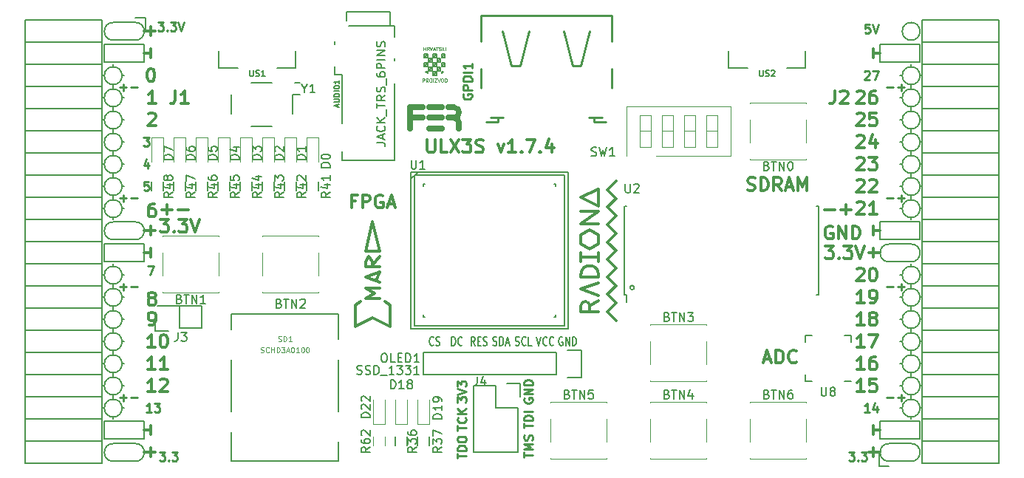
<source format=gto>
G04 #@! TF.FileFunction,Legend,Top*
%FSLAX46Y46*%
G04 Gerber Fmt 4.6, Leading zero omitted, Abs format (unit mm)*
G04 Created by KiCad (PCBNEW 4.0.7+dfsg1-1) date Sun Dec 10 11:28:19 2017*
%MOMM*%
%LPD*%
G01*
G04 APERTURE LIST*
%ADD10C,0.100000*%
%ADD11C,0.300000*%
%ADD12C,0.200000*%
%ADD13C,0.250000*%
%ADD14C,0.150000*%
%ADD15C,0.120000*%
%ADD16C,0.700000*%
%ADD17C,0.254000*%
%ADD18C,0.075000*%
%ADD19C,0.152400*%
%ADD20C,0.124460*%
G04 APERTURE END LIST*
D10*
D11*
X182492000Y-87582000D02*
X182492000Y-88598000D01*
X181984000Y-88090000D02*
X183254000Y-88090000D01*
X182492000Y-110442000D02*
X182492000Y-111458000D01*
X183254000Y-110950000D02*
X181984000Y-110950000D01*
X99688000Y-110442000D02*
X99688000Y-111458000D01*
X98926000Y-110950000D02*
X100196000Y-110950000D01*
X99688000Y-62182000D02*
X99688000Y-63198000D01*
X98926000Y-62690000D02*
X100196000Y-62690000D01*
X99688000Y-85042000D02*
X99688000Y-86058000D01*
X98926000Y-85550000D02*
X100196000Y-85550000D01*
D12*
X97910000Y-63706000D02*
G75*
G03X97910000Y-61674000I0J1016000D01*
G01*
X184270000Y-109934000D02*
G75*
G03X184270000Y-111966000I0J-1016000D01*
G01*
X95370000Y-111966000D02*
X97910000Y-111966000D01*
X95370000Y-109934000D02*
X97910000Y-109934000D01*
X97910000Y-111966000D02*
G75*
G03X97910000Y-109934000I0J1016000D01*
G01*
X95370000Y-109934000D02*
G75*
G03X95370000Y-111966000I0J-1016000D01*
G01*
X95370000Y-61674000D02*
X97910000Y-61674000D01*
X95370000Y-63706000D02*
X97910000Y-63706000D01*
X95370000Y-61674000D02*
G75*
G03X95370000Y-63706000I0J-1016000D01*
G01*
X95370000Y-84534000D02*
X97910000Y-84534000D01*
X95370000Y-86566000D02*
X97910000Y-86566000D01*
X95370000Y-84534000D02*
G75*
G03X95370000Y-86566000I0J-1016000D01*
G01*
X97910000Y-86566000D02*
G75*
G03X97910000Y-84534000I0J1016000D01*
G01*
X187826000Y-62690000D02*
G75*
G03X187826000Y-62690000I-1016000J0D01*
G01*
X184270000Y-89106000D02*
X186810000Y-89106000D01*
X184270000Y-87074000D02*
X186810000Y-87074000D01*
X184270000Y-87074000D02*
G75*
G03X184270000Y-89106000I0J-1016000D01*
G01*
X186810000Y-89106000D02*
G75*
G03X186810000Y-87074000I0J1016000D01*
G01*
X186810000Y-111966000D02*
X184270000Y-111966000D01*
X186810000Y-109934000D02*
X184270000Y-109934000D01*
X186810000Y-111966000D02*
G75*
G03X186810000Y-109934000I0J1016000D01*
G01*
X94354000Y-66246000D02*
X94354000Y-64214000D01*
X98926000Y-66246000D02*
X94354000Y-66246000D01*
X98926000Y-64214000D02*
X98926000Y-66246000D01*
X94354000Y-64214000D02*
X98926000Y-64214000D01*
X94354000Y-87074000D02*
X98926000Y-87074000D01*
X94354000Y-89106000D02*
X94354000Y-87074000D01*
X98926000Y-89106000D02*
X94354000Y-89106000D01*
X98926000Y-87074000D02*
X98926000Y-89106000D01*
X94354000Y-109426000D02*
X98926000Y-109426000D01*
X94354000Y-107394000D02*
X94354000Y-109426000D01*
X98926000Y-107394000D02*
X94354000Y-107394000D01*
X98926000Y-109426000D02*
X98926000Y-107394000D01*
X183254000Y-109426000D02*
X187826000Y-109426000D01*
X183254000Y-107394000D02*
X183254000Y-109426000D01*
X187826000Y-107394000D02*
X187826000Y-109426000D01*
X183254000Y-107394000D02*
X187826000Y-107394000D01*
X183254000Y-66246000D02*
X187826000Y-66246000D01*
X183254000Y-64214000D02*
X183254000Y-66246000D01*
X187826000Y-64214000D02*
X183254000Y-64214000D01*
X187826000Y-66246000D02*
X187826000Y-64214000D01*
X183254000Y-84534000D02*
X187826000Y-84534000D01*
X183254000Y-86566000D02*
X183254000Y-84534000D01*
X187826000Y-86566000D02*
X183254000Y-86566000D01*
X187826000Y-84534000D02*
X187826000Y-86566000D01*
D13*
X96148000Y-69111429D02*
X96909905Y-69111429D01*
X96528953Y-69492381D02*
X96528953Y-68730476D01*
X97386095Y-69111429D02*
X98148000Y-69111429D01*
X96148000Y-81811429D02*
X96909905Y-81811429D01*
X96528953Y-82192381D02*
X96528953Y-81430476D01*
X97386095Y-81811429D02*
X98148000Y-81811429D01*
X96148000Y-91971429D02*
X96909905Y-91971429D01*
X96528953Y-92352381D02*
X96528953Y-91590476D01*
X97386095Y-91971429D02*
X98148000Y-91971429D01*
X96148000Y-104671429D02*
X96909905Y-104671429D01*
X96528953Y-105052381D02*
X96528953Y-104290476D01*
X97386095Y-104671429D02*
X98148000Y-104671429D01*
X184032000Y-104671429D02*
X184793905Y-104671429D01*
X185270095Y-104671429D02*
X186032000Y-104671429D01*
X185651048Y-105052381D02*
X185651048Y-104290476D01*
X184032000Y-91971429D02*
X184793905Y-91971429D01*
X185270095Y-91971429D02*
X186032000Y-91971429D01*
X185651048Y-92352381D02*
X185651048Y-91590476D01*
X184032000Y-81811429D02*
X184793905Y-81811429D01*
X185270095Y-81811429D02*
X186032000Y-81811429D01*
X185651048Y-82192381D02*
X185651048Y-81430476D01*
X184032000Y-69111429D02*
X184793905Y-69111429D01*
X185270095Y-69111429D02*
X186032000Y-69111429D01*
X185651048Y-69492381D02*
X185651048Y-68730476D01*
D11*
X176928000Y-83117143D02*
X178070857Y-83117143D01*
X178785143Y-83117143D02*
X179928000Y-83117143D01*
X179356571Y-83688571D02*
X179356571Y-82545714D01*
D12*
X187826000Y-67770000D02*
G75*
G03X187826000Y-67770000I-1016000J0D01*
G01*
X187826000Y-70310000D02*
G75*
G03X187826000Y-70310000I-1016000J0D01*
G01*
X187826000Y-72850000D02*
G75*
G03X187826000Y-72850000I-1016000J0D01*
G01*
X187826000Y-75390000D02*
G75*
G03X187826000Y-75390000I-1016000J0D01*
G01*
X187826000Y-77930000D02*
G75*
G03X187826000Y-77930000I-1016000J0D01*
G01*
X187826000Y-80470000D02*
G75*
G03X187826000Y-80470000I-1016000J0D01*
G01*
X187826000Y-83010000D02*
G75*
G03X187826000Y-83010000I-1016000J0D01*
G01*
X187826000Y-90630000D02*
G75*
G03X187826000Y-90630000I-1016000J0D01*
G01*
X187826000Y-93170000D02*
G75*
G03X187826000Y-93170000I-1016000J0D01*
G01*
X187826000Y-95710000D02*
G75*
G03X187826000Y-95710000I-1016000J0D01*
G01*
X187826000Y-98250000D02*
G75*
G03X187826000Y-98250000I-1016000J0D01*
G01*
X187826000Y-100790000D02*
G75*
G03X187826000Y-100790000I-1016000J0D01*
G01*
X187826000Y-103330000D02*
G75*
G03X187826000Y-103330000I-1016000J0D01*
G01*
X187826000Y-105870000D02*
G75*
G03X187826000Y-105870000I-1016000J0D01*
G01*
X96386000Y-105870000D02*
G75*
G03X96386000Y-105870000I-1016000J0D01*
G01*
X96386000Y-103330000D02*
G75*
G03X96386000Y-103330000I-1016000J0D01*
G01*
X96386000Y-100790000D02*
G75*
G03X96386000Y-100790000I-1016000J0D01*
G01*
X96386000Y-98250000D02*
G75*
G03X96386000Y-98250000I-1016000J0D01*
G01*
X96386000Y-95710000D02*
G75*
G03X96386000Y-95710000I-1016000J0D01*
G01*
X96386000Y-93170000D02*
G75*
G03X96386000Y-93170000I-1016000J0D01*
G01*
X96386000Y-90630000D02*
G75*
G03X96386000Y-90630000I-1016000J0D01*
G01*
X96386000Y-83010000D02*
G75*
G03X96386000Y-83010000I-1016000J0D01*
G01*
X96386000Y-80470000D02*
G75*
G03X96386000Y-80470000I-1016000J0D01*
G01*
X96386000Y-77930000D02*
G75*
G03X96386000Y-77930000I-1016000J0D01*
G01*
X96386000Y-75390000D02*
G75*
G03X96386000Y-75390000I-1016000J0D01*
G01*
X96386000Y-72850000D02*
G75*
G03X96386000Y-72850000I-1016000J0D01*
G01*
X96386000Y-70310000D02*
G75*
G03X96386000Y-70310000I-1016000J0D01*
G01*
X96386000Y-67770000D02*
G75*
G03X96386000Y-67770000I-1016000J0D01*
G01*
D11*
X177793143Y-85054000D02*
X177650286Y-84982571D01*
X177436000Y-84982571D01*
X177221715Y-85054000D01*
X177078857Y-85196857D01*
X177007429Y-85339714D01*
X176936000Y-85625429D01*
X176936000Y-85839714D01*
X177007429Y-86125429D01*
X177078857Y-86268286D01*
X177221715Y-86411143D01*
X177436000Y-86482571D01*
X177578857Y-86482571D01*
X177793143Y-86411143D01*
X177864572Y-86339714D01*
X177864572Y-85839714D01*
X177578857Y-85839714D01*
X178507429Y-86482571D02*
X178507429Y-84982571D01*
X179364572Y-86482571D01*
X179364572Y-84982571D01*
X180078858Y-86482571D02*
X180078858Y-84982571D01*
X180436001Y-84982571D01*
X180650286Y-85054000D01*
X180793144Y-85196857D01*
X180864572Y-85339714D01*
X180936001Y-85625429D01*
X180936001Y-85839714D01*
X180864572Y-86125429D01*
X180793144Y-86268286D01*
X180650286Y-86411143D01*
X180436001Y-86482571D01*
X180078858Y-86482571D01*
X182492000Y-86058000D02*
X182492000Y-85042000D01*
X183254000Y-85550000D02*
X182492000Y-85550000D01*
X182492000Y-107902000D02*
X182492000Y-108918000D01*
X182492000Y-108410000D02*
X183254000Y-108410000D01*
D13*
X182047524Y-106322381D02*
X181476095Y-106322381D01*
X181761809Y-106322381D02*
X181761809Y-105322381D01*
X181666571Y-105465238D01*
X181571333Y-105560476D01*
X181476095Y-105608095D01*
X182904667Y-105655714D02*
X182904667Y-106322381D01*
X182666571Y-105274762D02*
X182428476Y-105989048D01*
X183047524Y-105989048D01*
X181476095Y-67317619D02*
X181523714Y-67270000D01*
X181618952Y-67222381D01*
X181857048Y-67222381D01*
X181952286Y-67270000D01*
X181999905Y-67317619D01*
X182047524Y-67412857D01*
X182047524Y-67508095D01*
X181999905Y-67650952D01*
X181428476Y-68222381D01*
X182047524Y-68222381D01*
X182380857Y-67222381D02*
X183047524Y-67222381D01*
X182618952Y-68222381D01*
D11*
X182492000Y-64722000D02*
X182492000Y-65738000D01*
X182492000Y-65230000D02*
X183254000Y-65230000D01*
X99688000Y-107902000D02*
X99688000Y-108918000D01*
X98926000Y-108410000D02*
X99688000Y-108410000D01*
D13*
X98846667Y-74842381D02*
X99465715Y-74842381D01*
X99132381Y-75223333D01*
X99275239Y-75223333D01*
X99370477Y-75270952D01*
X99418096Y-75318571D01*
X99465715Y-75413810D01*
X99465715Y-75651905D01*
X99418096Y-75747143D01*
X99370477Y-75794762D01*
X99275239Y-75842381D01*
X98989524Y-75842381D01*
X98894286Y-75794762D01*
X98846667Y-75747143D01*
X99370477Y-77715714D02*
X99370477Y-78382381D01*
X99132381Y-77334762D02*
X98894286Y-78049048D01*
X99513334Y-78049048D01*
X99418096Y-79922381D02*
X98941905Y-79922381D01*
X98894286Y-80398571D01*
X98941905Y-80350952D01*
X99037143Y-80303333D01*
X99275239Y-80303333D01*
X99370477Y-80350952D01*
X99418096Y-80398571D01*
X99465715Y-80493810D01*
X99465715Y-80731905D01*
X99418096Y-80827143D01*
X99370477Y-80874762D01*
X99275239Y-80922381D01*
X99037143Y-80922381D01*
X98941905Y-80874762D01*
X98894286Y-80827143D01*
X99751524Y-106322381D02*
X99180095Y-106322381D01*
X99465809Y-106322381D02*
X99465809Y-105322381D01*
X99370571Y-105465238D01*
X99275333Y-105560476D01*
X99180095Y-105608095D01*
X100084857Y-105322381D02*
X100703905Y-105322381D01*
X100370571Y-105703333D01*
X100513429Y-105703333D01*
X100608667Y-105750952D01*
X100656286Y-105798571D01*
X100703905Y-105893810D01*
X100703905Y-106131905D01*
X100656286Y-106227143D01*
X100608667Y-106274762D01*
X100513429Y-106322381D01*
X100227714Y-106322381D01*
X100132476Y-106274762D01*
X100084857Y-106227143D01*
X99354667Y-89574381D02*
X100021334Y-89574381D01*
X99592762Y-90574381D01*
D11*
X99688000Y-87582000D02*
X99688000Y-88598000D01*
X98926000Y-88090000D02*
X99688000Y-88090000D01*
X99688000Y-64722000D02*
X99688000Y-65738000D01*
X98926000Y-65230000D02*
X99688000Y-65230000D01*
D13*
X100497810Y-61634381D02*
X101116858Y-61634381D01*
X100783524Y-62015333D01*
X100926382Y-62015333D01*
X101021620Y-62062952D01*
X101069239Y-62110571D01*
X101116858Y-62205810D01*
X101116858Y-62443905D01*
X101069239Y-62539143D01*
X101021620Y-62586762D01*
X100926382Y-62634381D01*
X100640667Y-62634381D01*
X100545429Y-62586762D01*
X100497810Y-62539143D01*
X101545429Y-62539143D02*
X101593048Y-62586762D01*
X101545429Y-62634381D01*
X101497810Y-62586762D01*
X101545429Y-62539143D01*
X101545429Y-62634381D01*
X101926381Y-61634381D02*
X102545429Y-61634381D01*
X102212095Y-62015333D01*
X102354953Y-62015333D01*
X102450191Y-62062952D01*
X102497810Y-62110571D01*
X102545429Y-62205810D01*
X102545429Y-62443905D01*
X102497810Y-62539143D01*
X102450191Y-62586762D01*
X102354953Y-62634381D01*
X102069238Y-62634381D01*
X101974000Y-62586762D01*
X101926381Y-62539143D01*
X102831143Y-61634381D02*
X103164476Y-62634381D01*
X103497810Y-61634381D01*
X179666381Y-110910381D02*
X180285429Y-110910381D01*
X179952095Y-111291333D01*
X180094953Y-111291333D01*
X180190191Y-111338952D01*
X180237810Y-111386571D01*
X180285429Y-111481810D01*
X180285429Y-111719905D01*
X180237810Y-111815143D01*
X180190191Y-111862762D01*
X180094953Y-111910381D01*
X179809238Y-111910381D01*
X179714000Y-111862762D01*
X179666381Y-111815143D01*
X180714000Y-111815143D02*
X180761619Y-111862762D01*
X180714000Y-111910381D01*
X180666381Y-111862762D01*
X180714000Y-111815143D01*
X180714000Y-111910381D01*
X181094952Y-110910381D02*
X181714000Y-110910381D01*
X181380666Y-111291333D01*
X181523524Y-111291333D01*
X181618762Y-111338952D01*
X181666381Y-111386571D01*
X181714000Y-111481810D01*
X181714000Y-111719905D01*
X181666381Y-111815143D01*
X181618762Y-111862762D01*
X181523524Y-111910381D01*
X181237809Y-111910381D01*
X181142571Y-111862762D01*
X181094952Y-111815143D01*
D11*
X100775715Y-84220571D02*
X101704286Y-84220571D01*
X101204286Y-84792000D01*
X101418572Y-84792000D01*
X101561429Y-84863429D01*
X101632858Y-84934857D01*
X101704286Y-85077714D01*
X101704286Y-85434857D01*
X101632858Y-85577714D01*
X101561429Y-85649143D01*
X101418572Y-85720571D01*
X100990000Y-85720571D01*
X100847143Y-85649143D01*
X100775715Y-85577714D01*
X102347143Y-85577714D02*
X102418571Y-85649143D01*
X102347143Y-85720571D01*
X102275714Y-85649143D01*
X102347143Y-85577714D01*
X102347143Y-85720571D01*
X102918572Y-84220571D02*
X103847143Y-84220571D01*
X103347143Y-84792000D01*
X103561429Y-84792000D01*
X103704286Y-84863429D01*
X103775715Y-84934857D01*
X103847143Y-85077714D01*
X103847143Y-85434857D01*
X103775715Y-85577714D01*
X103704286Y-85649143D01*
X103561429Y-85720571D01*
X103132857Y-85720571D01*
X102990000Y-85649143D01*
X102918572Y-85577714D01*
X104275714Y-84220571D02*
X104775714Y-85720571D01*
X105275714Y-84220571D01*
D13*
X100672381Y-110910381D02*
X101291429Y-110910381D01*
X100958095Y-111291333D01*
X101100953Y-111291333D01*
X101196191Y-111338952D01*
X101243810Y-111386571D01*
X101291429Y-111481810D01*
X101291429Y-111719905D01*
X101243810Y-111815143D01*
X101196191Y-111862762D01*
X101100953Y-111910381D01*
X100815238Y-111910381D01*
X100720000Y-111862762D01*
X100672381Y-111815143D01*
X101720000Y-111815143D02*
X101767619Y-111862762D01*
X101720000Y-111910381D01*
X101672381Y-111862762D01*
X101720000Y-111815143D01*
X101720000Y-111910381D01*
X102100952Y-110910381D02*
X102720000Y-110910381D01*
X102386666Y-111291333D01*
X102529524Y-111291333D01*
X102624762Y-111338952D01*
X102672381Y-111386571D01*
X102720000Y-111481810D01*
X102720000Y-111719905D01*
X102672381Y-111815143D01*
X102624762Y-111862762D01*
X102529524Y-111910381D01*
X102243809Y-111910381D01*
X102148571Y-111862762D01*
X102100952Y-111815143D01*
X182047524Y-61888381D02*
X181571333Y-61888381D01*
X181523714Y-62364571D01*
X181571333Y-62316952D01*
X181666571Y-62269333D01*
X181904667Y-62269333D01*
X181999905Y-62316952D01*
X182047524Y-62364571D01*
X182095143Y-62459810D01*
X182095143Y-62697905D01*
X182047524Y-62793143D01*
X181999905Y-62840762D01*
X181904667Y-62888381D01*
X181666571Y-62888381D01*
X181571333Y-62840762D01*
X181523714Y-62793143D01*
X182380857Y-61888381D02*
X182714190Y-62888381D01*
X183047524Y-61888381D01*
D11*
X180587143Y-69631429D02*
X180658572Y-69560000D01*
X180801429Y-69488571D01*
X181158572Y-69488571D01*
X181301429Y-69560000D01*
X181372858Y-69631429D01*
X181444286Y-69774286D01*
X181444286Y-69917143D01*
X181372858Y-70131429D01*
X180515715Y-70988571D01*
X181444286Y-70988571D01*
X182730000Y-69488571D02*
X182444286Y-69488571D01*
X182301429Y-69560000D01*
X182230000Y-69631429D01*
X182087143Y-69845714D01*
X182015714Y-70131429D01*
X182015714Y-70702857D01*
X182087143Y-70845714D01*
X182158571Y-70917143D01*
X182301429Y-70988571D01*
X182587143Y-70988571D01*
X182730000Y-70917143D01*
X182801429Y-70845714D01*
X182872857Y-70702857D01*
X182872857Y-70345714D01*
X182801429Y-70202857D01*
X182730000Y-70131429D01*
X182587143Y-70060000D01*
X182301429Y-70060000D01*
X182158571Y-70131429D01*
X182087143Y-70202857D01*
X182015714Y-70345714D01*
X180587143Y-72171429D02*
X180658572Y-72100000D01*
X180801429Y-72028571D01*
X181158572Y-72028571D01*
X181301429Y-72100000D01*
X181372858Y-72171429D01*
X181444286Y-72314286D01*
X181444286Y-72457143D01*
X181372858Y-72671429D01*
X180515715Y-73528571D01*
X181444286Y-73528571D01*
X182801429Y-72028571D02*
X182087143Y-72028571D01*
X182015714Y-72742857D01*
X182087143Y-72671429D01*
X182230000Y-72600000D01*
X182587143Y-72600000D01*
X182730000Y-72671429D01*
X182801429Y-72742857D01*
X182872857Y-72885714D01*
X182872857Y-73242857D01*
X182801429Y-73385714D01*
X182730000Y-73457143D01*
X182587143Y-73528571D01*
X182230000Y-73528571D01*
X182087143Y-73457143D01*
X182015714Y-73385714D01*
X180587143Y-74711429D02*
X180658572Y-74640000D01*
X180801429Y-74568571D01*
X181158572Y-74568571D01*
X181301429Y-74640000D01*
X181372858Y-74711429D01*
X181444286Y-74854286D01*
X181444286Y-74997143D01*
X181372858Y-75211429D01*
X180515715Y-76068571D01*
X181444286Y-76068571D01*
X182730000Y-75068571D02*
X182730000Y-76068571D01*
X182372857Y-74497143D02*
X182015714Y-75568571D01*
X182944286Y-75568571D01*
X180587143Y-77251429D02*
X180658572Y-77180000D01*
X180801429Y-77108571D01*
X181158572Y-77108571D01*
X181301429Y-77180000D01*
X181372858Y-77251429D01*
X181444286Y-77394286D01*
X181444286Y-77537143D01*
X181372858Y-77751429D01*
X180515715Y-78608571D01*
X181444286Y-78608571D01*
X181944286Y-77108571D02*
X182872857Y-77108571D01*
X182372857Y-77680000D01*
X182587143Y-77680000D01*
X182730000Y-77751429D01*
X182801429Y-77822857D01*
X182872857Y-77965714D01*
X182872857Y-78322857D01*
X182801429Y-78465714D01*
X182730000Y-78537143D01*
X182587143Y-78608571D01*
X182158571Y-78608571D01*
X182015714Y-78537143D01*
X181944286Y-78465714D01*
X180587143Y-79791429D02*
X180658572Y-79720000D01*
X180801429Y-79648571D01*
X181158572Y-79648571D01*
X181301429Y-79720000D01*
X181372858Y-79791429D01*
X181444286Y-79934286D01*
X181444286Y-80077143D01*
X181372858Y-80291429D01*
X180515715Y-81148571D01*
X181444286Y-81148571D01*
X182015714Y-79791429D02*
X182087143Y-79720000D01*
X182230000Y-79648571D01*
X182587143Y-79648571D01*
X182730000Y-79720000D01*
X182801429Y-79791429D01*
X182872857Y-79934286D01*
X182872857Y-80077143D01*
X182801429Y-80291429D01*
X181944286Y-81148571D01*
X182872857Y-81148571D01*
X180587143Y-82331429D02*
X180658572Y-82260000D01*
X180801429Y-82188571D01*
X181158572Y-82188571D01*
X181301429Y-82260000D01*
X181372858Y-82331429D01*
X181444286Y-82474286D01*
X181444286Y-82617143D01*
X181372858Y-82831429D01*
X180515715Y-83688571D01*
X181444286Y-83688571D01*
X182872857Y-83688571D02*
X182015714Y-83688571D01*
X182444286Y-83688571D02*
X182444286Y-82188571D01*
X182301429Y-82402857D01*
X182158571Y-82545714D01*
X182015714Y-82617143D01*
X176975715Y-87268571D02*
X177904286Y-87268571D01*
X177404286Y-87840000D01*
X177618572Y-87840000D01*
X177761429Y-87911429D01*
X177832858Y-87982857D01*
X177904286Y-88125714D01*
X177904286Y-88482857D01*
X177832858Y-88625714D01*
X177761429Y-88697143D01*
X177618572Y-88768571D01*
X177190000Y-88768571D01*
X177047143Y-88697143D01*
X176975715Y-88625714D01*
X178547143Y-88625714D02*
X178618571Y-88697143D01*
X178547143Y-88768571D01*
X178475714Y-88697143D01*
X178547143Y-88625714D01*
X178547143Y-88768571D01*
X179118572Y-87268571D02*
X180047143Y-87268571D01*
X179547143Y-87840000D01*
X179761429Y-87840000D01*
X179904286Y-87911429D01*
X179975715Y-87982857D01*
X180047143Y-88125714D01*
X180047143Y-88482857D01*
X179975715Y-88625714D01*
X179904286Y-88697143D01*
X179761429Y-88768571D01*
X179332857Y-88768571D01*
X179190000Y-88697143D01*
X179118572Y-88625714D01*
X180475714Y-87268571D02*
X180975714Y-88768571D01*
X181475714Y-87268571D01*
X180587143Y-89951429D02*
X180658572Y-89880000D01*
X180801429Y-89808571D01*
X181158572Y-89808571D01*
X181301429Y-89880000D01*
X181372858Y-89951429D01*
X181444286Y-90094286D01*
X181444286Y-90237143D01*
X181372858Y-90451429D01*
X180515715Y-91308571D01*
X181444286Y-91308571D01*
X182372857Y-89808571D02*
X182515714Y-89808571D01*
X182658571Y-89880000D01*
X182730000Y-89951429D01*
X182801429Y-90094286D01*
X182872857Y-90380000D01*
X182872857Y-90737143D01*
X182801429Y-91022857D01*
X182730000Y-91165714D01*
X182658571Y-91237143D01*
X182515714Y-91308571D01*
X182372857Y-91308571D01*
X182230000Y-91237143D01*
X182158571Y-91165714D01*
X182087143Y-91022857D01*
X182015714Y-90737143D01*
X182015714Y-90380000D01*
X182087143Y-90094286D01*
X182158571Y-89951429D01*
X182230000Y-89880000D01*
X182372857Y-89808571D01*
X181444286Y-93848571D02*
X180587143Y-93848571D01*
X181015715Y-93848571D02*
X181015715Y-92348571D01*
X180872858Y-92562857D01*
X180730000Y-92705714D01*
X180587143Y-92777143D01*
X182158571Y-93848571D02*
X182444286Y-93848571D01*
X182587143Y-93777143D01*
X182658571Y-93705714D01*
X182801429Y-93491429D01*
X182872857Y-93205714D01*
X182872857Y-92634286D01*
X182801429Y-92491429D01*
X182730000Y-92420000D01*
X182587143Y-92348571D01*
X182301429Y-92348571D01*
X182158571Y-92420000D01*
X182087143Y-92491429D01*
X182015714Y-92634286D01*
X182015714Y-92991429D01*
X182087143Y-93134286D01*
X182158571Y-93205714D01*
X182301429Y-93277143D01*
X182587143Y-93277143D01*
X182730000Y-93205714D01*
X182801429Y-93134286D01*
X182872857Y-92991429D01*
X181444286Y-96388571D02*
X180587143Y-96388571D01*
X181015715Y-96388571D02*
X181015715Y-94888571D01*
X180872858Y-95102857D01*
X180730000Y-95245714D01*
X180587143Y-95317143D01*
X182301429Y-95531429D02*
X182158571Y-95460000D01*
X182087143Y-95388571D01*
X182015714Y-95245714D01*
X182015714Y-95174286D01*
X182087143Y-95031429D01*
X182158571Y-94960000D01*
X182301429Y-94888571D01*
X182587143Y-94888571D01*
X182730000Y-94960000D01*
X182801429Y-95031429D01*
X182872857Y-95174286D01*
X182872857Y-95245714D01*
X182801429Y-95388571D01*
X182730000Y-95460000D01*
X182587143Y-95531429D01*
X182301429Y-95531429D01*
X182158571Y-95602857D01*
X182087143Y-95674286D01*
X182015714Y-95817143D01*
X182015714Y-96102857D01*
X182087143Y-96245714D01*
X182158571Y-96317143D01*
X182301429Y-96388571D01*
X182587143Y-96388571D01*
X182730000Y-96317143D01*
X182801429Y-96245714D01*
X182872857Y-96102857D01*
X182872857Y-95817143D01*
X182801429Y-95674286D01*
X182730000Y-95602857D01*
X182587143Y-95531429D01*
X181444286Y-98928571D02*
X180587143Y-98928571D01*
X181015715Y-98928571D02*
X181015715Y-97428571D01*
X180872858Y-97642857D01*
X180730000Y-97785714D01*
X180587143Y-97857143D01*
X181944286Y-97428571D02*
X182944286Y-97428571D01*
X182301429Y-98928571D01*
X181444286Y-101468571D02*
X180587143Y-101468571D01*
X181015715Y-101468571D02*
X181015715Y-99968571D01*
X180872858Y-100182857D01*
X180730000Y-100325714D01*
X180587143Y-100397143D01*
X182730000Y-99968571D02*
X182444286Y-99968571D01*
X182301429Y-100040000D01*
X182230000Y-100111429D01*
X182087143Y-100325714D01*
X182015714Y-100611429D01*
X182015714Y-101182857D01*
X182087143Y-101325714D01*
X182158571Y-101397143D01*
X182301429Y-101468571D01*
X182587143Y-101468571D01*
X182730000Y-101397143D01*
X182801429Y-101325714D01*
X182872857Y-101182857D01*
X182872857Y-100825714D01*
X182801429Y-100682857D01*
X182730000Y-100611429D01*
X182587143Y-100540000D01*
X182301429Y-100540000D01*
X182158571Y-100611429D01*
X182087143Y-100682857D01*
X182015714Y-100825714D01*
X181444286Y-104008571D02*
X180587143Y-104008571D01*
X181015715Y-104008571D02*
X181015715Y-102508571D01*
X180872858Y-102722857D01*
X180730000Y-102865714D01*
X180587143Y-102937143D01*
X182801429Y-102508571D02*
X182087143Y-102508571D01*
X182015714Y-103222857D01*
X182087143Y-103151429D01*
X182230000Y-103080000D01*
X182587143Y-103080000D01*
X182730000Y-103151429D01*
X182801429Y-103222857D01*
X182872857Y-103365714D01*
X182872857Y-103722857D01*
X182801429Y-103865714D01*
X182730000Y-103937143D01*
X182587143Y-104008571D01*
X182230000Y-104008571D01*
X182087143Y-103937143D01*
X182015714Y-103865714D01*
D12*
X186810000Y-66500000D02*
X186810000Y-66754000D01*
X187826000Y-67770000D02*
X188080000Y-67770000D01*
X185540000Y-67770000D02*
X185794000Y-67770000D01*
X186810000Y-69294000D02*
X186810000Y-68786000D01*
X187826000Y-70310000D02*
X188080000Y-70310000D01*
X185540000Y-70310000D02*
X185794000Y-70310000D01*
X186810000Y-71326000D02*
X186810000Y-71834000D01*
X187826000Y-72850000D02*
X188080000Y-72850000D01*
X185540000Y-72850000D02*
X185794000Y-72850000D01*
X186810000Y-73866000D02*
X186810000Y-74374000D01*
X187826000Y-75390000D02*
X188080000Y-75390000D01*
X185540000Y-75390000D02*
X185794000Y-75390000D01*
X186810000Y-76406000D02*
X186810000Y-76914000D01*
X187826000Y-77930000D02*
X188080000Y-77930000D01*
X185540000Y-77930000D02*
X185794000Y-77930000D01*
X186810000Y-79454000D02*
X186810000Y-78946000D01*
X187826000Y-80470000D02*
X188080000Y-80470000D01*
X185540000Y-80470000D02*
X185794000Y-80470000D01*
X186810000Y-81994000D02*
X186810000Y-81486000D01*
X187826000Y-83010000D02*
X188080000Y-83010000D01*
X185540000Y-83010000D02*
X185794000Y-83010000D01*
X186810000Y-84026000D02*
X186810000Y-84280000D01*
X186810000Y-89360000D02*
X186810000Y-89614000D01*
X187826000Y-90630000D02*
X188080000Y-90630000D01*
X185540000Y-90630000D02*
X185794000Y-90630000D01*
X186810000Y-91646000D02*
X186810000Y-92154000D01*
X187826000Y-93170000D02*
X188080000Y-93170000D01*
X185540000Y-93170000D02*
X185794000Y-93170000D01*
X186810000Y-94186000D02*
X186810000Y-94694000D01*
X187826000Y-95710000D02*
X188080000Y-95710000D01*
X185540000Y-95710000D02*
X185794000Y-95710000D01*
X186810000Y-97234000D02*
X186810000Y-96726000D01*
X187826000Y-98250000D02*
X188080000Y-98250000D01*
X185540000Y-98250000D02*
X185794000Y-98250000D01*
X187826000Y-100790000D02*
X188080000Y-100790000D01*
X185540000Y-100790000D02*
X185794000Y-100790000D01*
X186810000Y-99266000D02*
X186810000Y-99774000D01*
X186810000Y-102314000D02*
X186810000Y-101806000D01*
X187826000Y-103330000D02*
X188080000Y-103330000D01*
X185540000Y-103330000D02*
X185794000Y-103330000D01*
X186810000Y-104346000D02*
X186810000Y-104854000D01*
X185540000Y-105870000D02*
X185794000Y-105870000D01*
X187826000Y-105870000D02*
X188080000Y-105870000D01*
X186810000Y-106886000D02*
X186810000Y-107140000D01*
X95370000Y-66754000D02*
X95370000Y-66500000D01*
X96386000Y-67770000D02*
X96640000Y-67770000D01*
X94100000Y-67770000D02*
X94354000Y-67770000D01*
X95370000Y-68786000D02*
X95370000Y-69294000D01*
X96386000Y-70310000D02*
X96640000Y-70310000D01*
X94100000Y-70310000D02*
X94354000Y-70310000D01*
X95370000Y-71326000D02*
X95370000Y-71834000D01*
X96386000Y-72850000D02*
X96640000Y-72850000D01*
X94100000Y-72850000D02*
X94354000Y-72850000D01*
X95370000Y-73866000D02*
X95370000Y-74374000D01*
X96386000Y-75390000D02*
X96640000Y-75390000D01*
X95370000Y-76406000D02*
X95370000Y-76914000D01*
X96386000Y-77930000D02*
X96640000Y-77930000D01*
X94100000Y-77930000D02*
X94354000Y-77930000D01*
X95370000Y-79454000D02*
X95370000Y-78946000D01*
X96386000Y-80470000D02*
X96640000Y-80470000D01*
X94100000Y-80470000D02*
X94354000Y-80470000D01*
X95370000Y-81486000D02*
X95370000Y-81994000D01*
X96386000Y-83010000D02*
X96640000Y-83010000D01*
X95370000Y-84026000D02*
X95370000Y-84280000D01*
X94100000Y-83010000D02*
X94354000Y-83010000D01*
X95370000Y-106886000D02*
X95370000Y-107140000D01*
X95370000Y-89360000D02*
X95370000Y-89614000D01*
X96386000Y-93170000D02*
X96640000Y-93170000D01*
X94100000Y-93170000D02*
X94354000Y-93170000D01*
X95370000Y-94186000D02*
X95370000Y-94694000D01*
X94100000Y-90630000D02*
X94354000Y-90630000D01*
X96386000Y-90630000D02*
X96640000Y-90630000D01*
X95370000Y-92154000D02*
X95370000Y-91646000D01*
X96386000Y-95710000D02*
X96640000Y-95710000D01*
X94100000Y-95710000D02*
X94354000Y-95710000D01*
X96386000Y-98250000D02*
X96640000Y-98250000D01*
X94354000Y-98250000D02*
X94100000Y-98250000D01*
X95370000Y-96726000D02*
X95370000Y-97234000D01*
X95370000Y-99266000D02*
X95370000Y-99774000D01*
X94100000Y-100790000D02*
X94354000Y-100790000D01*
X96386000Y-100790000D02*
X96640000Y-100790000D01*
X94100000Y-103330000D02*
X94354000Y-103330000D01*
X96386000Y-103330000D02*
X96640000Y-103330000D01*
X95370000Y-101806000D02*
X95370000Y-102314000D01*
X95370000Y-104346000D02*
X95370000Y-104854000D01*
X96386000Y-105870000D02*
X96640000Y-105870000D01*
X94100000Y-105870000D02*
X94354000Y-105870000D01*
D11*
X100982000Y-83117143D02*
X102124857Y-83117143D01*
X101553428Y-83688571D02*
X101553428Y-82545714D01*
X102839143Y-83117143D02*
X103982000Y-83117143D01*
X100164286Y-104008571D02*
X99307143Y-104008571D01*
X99735715Y-104008571D02*
X99735715Y-102508571D01*
X99592858Y-102722857D01*
X99450000Y-102865714D01*
X99307143Y-102937143D01*
X100735714Y-102651429D02*
X100807143Y-102580000D01*
X100950000Y-102508571D01*
X101307143Y-102508571D01*
X101450000Y-102580000D01*
X101521429Y-102651429D01*
X101592857Y-102794286D01*
X101592857Y-102937143D01*
X101521429Y-103151429D01*
X100664286Y-104008571D01*
X101592857Y-104008571D01*
X100164286Y-101468571D02*
X99307143Y-101468571D01*
X99735715Y-101468571D02*
X99735715Y-99968571D01*
X99592858Y-100182857D01*
X99450000Y-100325714D01*
X99307143Y-100397143D01*
X101592857Y-101468571D02*
X100735714Y-101468571D01*
X101164286Y-101468571D02*
X101164286Y-99968571D01*
X101021429Y-100182857D01*
X100878571Y-100325714D01*
X100735714Y-100397143D01*
X100164286Y-98928571D02*
X99307143Y-98928571D01*
X99735715Y-98928571D02*
X99735715Y-97428571D01*
X99592858Y-97642857D01*
X99450000Y-97785714D01*
X99307143Y-97857143D01*
X101092857Y-97428571D02*
X101235714Y-97428571D01*
X101378571Y-97500000D01*
X101450000Y-97571429D01*
X101521429Y-97714286D01*
X101592857Y-98000000D01*
X101592857Y-98357143D01*
X101521429Y-98642857D01*
X101450000Y-98785714D01*
X101378571Y-98857143D01*
X101235714Y-98928571D01*
X101092857Y-98928571D01*
X100950000Y-98857143D01*
X100878571Y-98785714D01*
X100807143Y-98642857D01*
X100735714Y-98357143D01*
X100735714Y-98000000D01*
X100807143Y-97714286D01*
X100878571Y-97571429D01*
X100950000Y-97500000D01*
X101092857Y-97428571D01*
X99529286Y-96388571D02*
X99815001Y-96388571D01*
X99957858Y-96317143D01*
X100029286Y-96245714D01*
X100172144Y-96031429D01*
X100243572Y-95745714D01*
X100243572Y-95174286D01*
X100172144Y-95031429D01*
X100100715Y-94960000D01*
X99957858Y-94888571D01*
X99672144Y-94888571D01*
X99529286Y-94960000D01*
X99457858Y-95031429D01*
X99386429Y-95174286D01*
X99386429Y-95531429D01*
X99457858Y-95674286D01*
X99529286Y-95745714D01*
X99672144Y-95817143D01*
X99957858Y-95817143D01*
X100100715Y-95745714D01*
X100172144Y-95674286D01*
X100243572Y-95531429D01*
X99672144Y-93245429D02*
X99529286Y-93174000D01*
X99457858Y-93102571D01*
X99386429Y-92959714D01*
X99386429Y-92888286D01*
X99457858Y-92745429D01*
X99529286Y-92674000D01*
X99672144Y-92602571D01*
X99957858Y-92602571D01*
X100100715Y-92674000D01*
X100172144Y-92745429D01*
X100243572Y-92888286D01*
X100243572Y-92959714D01*
X100172144Y-93102571D01*
X100100715Y-93174000D01*
X99957858Y-93245429D01*
X99672144Y-93245429D01*
X99529286Y-93316857D01*
X99457858Y-93388286D01*
X99386429Y-93531143D01*
X99386429Y-93816857D01*
X99457858Y-93959714D01*
X99529286Y-94031143D01*
X99672144Y-94102571D01*
X99957858Y-94102571D01*
X100100715Y-94031143D01*
X100172144Y-93959714D01*
X100243572Y-93816857D01*
X100243572Y-93531143D01*
X100172144Y-93388286D01*
X100100715Y-93316857D01*
X99957858Y-93245429D01*
X100100715Y-82442571D02*
X99815001Y-82442571D01*
X99672144Y-82514000D01*
X99600715Y-82585429D01*
X99457858Y-82799714D01*
X99386429Y-83085429D01*
X99386429Y-83656857D01*
X99457858Y-83799714D01*
X99529286Y-83871143D01*
X99672144Y-83942571D01*
X99957858Y-83942571D01*
X100100715Y-83871143D01*
X100172144Y-83799714D01*
X100243572Y-83656857D01*
X100243572Y-83299714D01*
X100172144Y-83156857D01*
X100100715Y-83085429D01*
X99957858Y-83014000D01*
X99672144Y-83014000D01*
X99529286Y-83085429D01*
X99457858Y-83156857D01*
X99386429Y-83299714D01*
X99386429Y-72171429D02*
X99457858Y-72100000D01*
X99600715Y-72028571D01*
X99957858Y-72028571D01*
X100100715Y-72100000D01*
X100172144Y-72171429D01*
X100243572Y-72314286D01*
X100243572Y-72457143D01*
X100172144Y-72671429D01*
X99315001Y-73528571D01*
X100243572Y-73528571D01*
X100243572Y-70988571D02*
X99386429Y-70988571D01*
X99815001Y-70988571D02*
X99815001Y-69488571D01*
X99672144Y-69702857D01*
X99529286Y-69845714D01*
X99386429Y-69917143D01*
X99616572Y-66948571D02*
X99759429Y-66948571D01*
X99902286Y-67020000D01*
X99973715Y-67091429D01*
X100045144Y-67234286D01*
X100116572Y-67520000D01*
X100116572Y-67877143D01*
X100045144Y-68162857D01*
X99973715Y-68305714D01*
X99902286Y-68377143D01*
X99759429Y-68448571D01*
X99616572Y-68448571D01*
X99473715Y-68377143D01*
X99402286Y-68305714D01*
X99330858Y-68162857D01*
X99259429Y-67877143D01*
X99259429Y-67520000D01*
X99330858Y-67234286D01*
X99402286Y-67091429D01*
X99473715Y-67020000D01*
X99616572Y-66948571D01*
X131371430Y-75076571D02*
X131371430Y-76290857D01*
X131442858Y-76433714D01*
X131514287Y-76505143D01*
X131657144Y-76576571D01*
X131942858Y-76576571D01*
X132085716Y-76505143D01*
X132157144Y-76433714D01*
X132228573Y-76290857D01*
X132228573Y-75076571D01*
X133657145Y-76576571D02*
X132942859Y-76576571D01*
X132942859Y-75076571D01*
X134014288Y-75076571D02*
X135014288Y-76576571D01*
X135014288Y-75076571D02*
X134014288Y-76576571D01*
X135442859Y-75076571D02*
X136371430Y-75076571D01*
X135871430Y-75648000D01*
X136085716Y-75648000D01*
X136228573Y-75719429D01*
X136300002Y-75790857D01*
X136371430Y-75933714D01*
X136371430Y-76290857D01*
X136300002Y-76433714D01*
X136228573Y-76505143D01*
X136085716Y-76576571D01*
X135657144Y-76576571D01*
X135514287Y-76505143D01*
X135442859Y-76433714D01*
X136942858Y-76505143D02*
X137157144Y-76576571D01*
X137514287Y-76576571D01*
X137657144Y-76505143D01*
X137728573Y-76433714D01*
X137800001Y-76290857D01*
X137800001Y-76148000D01*
X137728573Y-76005143D01*
X137657144Y-75933714D01*
X137514287Y-75862286D01*
X137228573Y-75790857D01*
X137085715Y-75719429D01*
X137014287Y-75648000D01*
X136942858Y-75505143D01*
X136942858Y-75362286D01*
X137014287Y-75219429D01*
X137085715Y-75148000D01*
X137228573Y-75076571D01*
X137585715Y-75076571D01*
X137800001Y-75148000D01*
X139442858Y-75576571D02*
X139800001Y-76576571D01*
X140157143Y-75576571D01*
X141514286Y-76576571D02*
X140657143Y-76576571D01*
X141085715Y-76576571D02*
X141085715Y-75076571D01*
X140942858Y-75290857D01*
X140800000Y-75433714D01*
X140657143Y-75505143D01*
X142157143Y-76433714D02*
X142228571Y-76505143D01*
X142157143Y-76576571D01*
X142085714Y-76505143D01*
X142157143Y-76433714D01*
X142157143Y-76576571D01*
X142728572Y-75076571D02*
X143728572Y-75076571D01*
X143085715Y-76576571D01*
X144300000Y-76433714D02*
X144371428Y-76505143D01*
X144300000Y-76576571D01*
X144228571Y-76505143D01*
X144300000Y-76433714D01*
X144300000Y-76576571D01*
X145657143Y-75576571D02*
X145657143Y-76576571D01*
X145300000Y-75005143D02*
X144942857Y-76076571D01*
X145871429Y-76076571D01*
X123159429Y-82140857D02*
X122659429Y-82140857D01*
X122659429Y-82926571D02*
X122659429Y-81426571D01*
X123373715Y-81426571D01*
X123945143Y-82926571D02*
X123945143Y-81426571D01*
X124516571Y-81426571D01*
X124659429Y-81498000D01*
X124730857Y-81569429D01*
X124802286Y-81712286D01*
X124802286Y-81926571D01*
X124730857Y-82069429D01*
X124659429Y-82140857D01*
X124516571Y-82212286D01*
X123945143Y-82212286D01*
X126230857Y-81498000D02*
X126088000Y-81426571D01*
X125873714Y-81426571D01*
X125659429Y-81498000D01*
X125516571Y-81640857D01*
X125445143Y-81783714D01*
X125373714Y-82069429D01*
X125373714Y-82283714D01*
X125445143Y-82569429D01*
X125516571Y-82712286D01*
X125659429Y-82855143D01*
X125873714Y-82926571D01*
X126016571Y-82926571D01*
X126230857Y-82855143D01*
X126302286Y-82783714D01*
X126302286Y-82283714D01*
X126016571Y-82283714D01*
X126873714Y-82498000D02*
X127588000Y-82498000D01*
X126730857Y-82926571D02*
X127230857Y-81426571D01*
X127730857Y-82926571D01*
X168077929Y-80886643D02*
X168292215Y-80958071D01*
X168649358Y-80958071D01*
X168792215Y-80886643D01*
X168863644Y-80815214D01*
X168935072Y-80672357D01*
X168935072Y-80529500D01*
X168863644Y-80386643D01*
X168792215Y-80315214D01*
X168649358Y-80243786D01*
X168363644Y-80172357D01*
X168220786Y-80100929D01*
X168149358Y-80029500D01*
X168077929Y-79886643D01*
X168077929Y-79743786D01*
X168149358Y-79600929D01*
X168220786Y-79529500D01*
X168363644Y-79458071D01*
X168720786Y-79458071D01*
X168935072Y-79529500D01*
X169577929Y-80958071D02*
X169577929Y-79458071D01*
X169935072Y-79458071D01*
X170149357Y-79529500D01*
X170292215Y-79672357D01*
X170363643Y-79815214D01*
X170435072Y-80100929D01*
X170435072Y-80315214D01*
X170363643Y-80600929D01*
X170292215Y-80743786D01*
X170149357Y-80886643D01*
X169935072Y-80958071D01*
X169577929Y-80958071D01*
X171935072Y-80958071D02*
X171435072Y-80243786D01*
X171077929Y-80958071D02*
X171077929Y-79458071D01*
X171649357Y-79458071D01*
X171792215Y-79529500D01*
X171863643Y-79600929D01*
X171935072Y-79743786D01*
X171935072Y-79958071D01*
X171863643Y-80100929D01*
X171792215Y-80172357D01*
X171649357Y-80243786D01*
X171077929Y-80243786D01*
X172506500Y-80529500D02*
X173220786Y-80529500D01*
X172363643Y-80958071D02*
X172863643Y-79458071D01*
X173363643Y-80958071D01*
X173863643Y-80958071D02*
X173863643Y-79458071D01*
X174363643Y-80529500D01*
X174863643Y-79458071D01*
X174863643Y-80958071D01*
X169966857Y-100278000D02*
X170681143Y-100278000D01*
X169824000Y-100706571D02*
X170324000Y-99206571D01*
X170824000Y-100706571D01*
X171324000Y-100706571D02*
X171324000Y-99206571D01*
X171681143Y-99206571D01*
X171895428Y-99278000D01*
X172038286Y-99420857D01*
X172109714Y-99563714D01*
X172181143Y-99849429D01*
X172181143Y-100063714D01*
X172109714Y-100349429D01*
X172038286Y-100492286D01*
X171895428Y-100635143D01*
X171681143Y-100706571D01*
X171324000Y-100706571D01*
X173681143Y-100563714D02*
X173609714Y-100635143D01*
X173395428Y-100706571D01*
X173252571Y-100706571D01*
X173038286Y-100635143D01*
X172895428Y-100492286D01*
X172824000Y-100349429D01*
X172752571Y-100063714D01*
X172752571Y-99849429D01*
X172824000Y-99563714D01*
X172895428Y-99420857D01*
X173038286Y-99278000D01*
X173252571Y-99206571D01*
X173395428Y-99206571D01*
X173609714Y-99278000D01*
X173681143Y-99349429D01*
D13*
X142447381Y-111521333D02*
X142447381Y-110949904D01*
X143447381Y-111235619D02*
X142447381Y-111235619D01*
X143447381Y-110616571D02*
X142447381Y-110616571D01*
X143161667Y-110283237D01*
X142447381Y-109949904D01*
X143447381Y-109949904D01*
X143399762Y-109521333D02*
X143447381Y-109378476D01*
X143447381Y-109140380D01*
X143399762Y-109045142D01*
X143352143Y-108997523D01*
X143256905Y-108949904D01*
X143161667Y-108949904D01*
X143066429Y-108997523D01*
X143018810Y-109045142D01*
X142971190Y-109140380D01*
X142923571Y-109330857D01*
X142875952Y-109426095D01*
X142828333Y-109473714D01*
X142733095Y-109521333D01*
X142637857Y-109521333D01*
X142542619Y-109473714D01*
X142495000Y-109426095D01*
X142447381Y-109330857D01*
X142447381Y-109092761D01*
X142495000Y-108949904D01*
X142447381Y-108163809D02*
X142447381Y-107592380D01*
X143447381Y-107878095D02*
X142447381Y-107878095D01*
X143447381Y-107259047D02*
X142447381Y-107259047D01*
X142447381Y-107020952D01*
X142495000Y-106878094D01*
X142590238Y-106782856D01*
X142685476Y-106735237D01*
X142875952Y-106687618D01*
X143018810Y-106687618D01*
X143209286Y-106735237D01*
X143304524Y-106782856D01*
X143399762Y-106878094D01*
X143447381Y-107020952D01*
X143447381Y-107259047D01*
X143447381Y-106259047D02*
X142447381Y-106259047D01*
X142495000Y-104726904D02*
X142447381Y-104822142D01*
X142447381Y-104964999D01*
X142495000Y-105107857D01*
X142590238Y-105203095D01*
X142685476Y-105250714D01*
X142875952Y-105298333D01*
X143018810Y-105298333D01*
X143209286Y-105250714D01*
X143304524Y-105203095D01*
X143399762Y-105107857D01*
X143447381Y-104964999D01*
X143447381Y-104869761D01*
X143399762Y-104726904D01*
X143352143Y-104679285D01*
X143018810Y-104679285D01*
X143018810Y-104869761D01*
X143447381Y-104250714D02*
X142447381Y-104250714D01*
X143447381Y-103679285D01*
X142447381Y-103679285D01*
X143447381Y-103203095D02*
X142447381Y-103203095D01*
X142447381Y-102965000D01*
X142495000Y-102822142D01*
X142590238Y-102726904D01*
X142685476Y-102679285D01*
X142875952Y-102631666D01*
X143018810Y-102631666D01*
X143209286Y-102679285D01*
X143304524Y-102726904D01*
X143399762Y-102822142D01*
X143447381Y-102965000D01*
X143447381Y-103203095D01*
X134827381Y-111624524D02*
X134827381Y-111053095D01*
X135827381Y-111338810D02*
X134827381Y-111338810D01*
X135827381Y-110719762D02*
X134827381Y-110719762D01*
X134827381Y-110481667D01*
X134875000Y-110338809D01*
X134970238Y-110243571D01*
X135065476Y-110195952D01*
X135255952Y-110148333D01*
X135398810Y-110148333D01*
X135589286Y-110195952D01*
X135684524Y-110243571D01*
X135779762Y-110338809D01*
X135827381Y-110481667D01*
X135827381Y-110719762D01*
X134827381Y-109529286D02*
X134827381Y-109338809D01*
X134875000Y-109243571D01*
X134970238Y-109148333D01*
X135160714Y-109100714D01*
X135494048Y-109100714D01*
X135684524Y-109148333D01*
X135779762Y-109243571D01*
X135827381Y-109338809D01*
X135827381Y-109529286D01*
X135779762Y-109624524D01*
X135684524Y-109719762D01*
X135494048Y-109767381D01*
X135160714Y-109767381D01*
X134970238Y-109719762D01*
X134875000Y-109624524D01*
X134827381Y-109529286D01*
X134827381Y-108425714D02*
X134827381Y-107854285D01*
X135827381Y-108140000D02*
X134827381Y-108140000D01*
X135732143Y-106949523D02*
X135779762Y-106997142D01*
X135827381Y-107139999D01*
X135827381Y-107235237D01*
X135779762Y-107378095D01*
X135684524Y-107473333D01*
X135589286Y-107520952D01*
X135398810Y-107568571D01*
X135255952Y-107568571D01*
X135065476Y-107520952D01*
X134970238Y-107473333D01*
X134875000Y-107378095D01*
X134827381Y-107235237D01*
X134827381Y-107139999D01*
X134875000Y-106997142D01*
X134922619Y-106949523D01*
X135827381Y-106520952D02*
X134827381Y-106520952D01*
X135827381Y-105949523D02*
X135255952Y-106378095D01*
X134827381Y-105949523D02*
X135398810Y-106520952D01*
X134827381Y-105203095D02*
X134827381Y-104584047D01*
X135208333Y-104917381D01*
X135208333Y-104774523D01*
X135255952Y-104679285D01*
X135303571Y-104631666D01*
X135398810Y-104584047D01*
X135636905Y-104584047D01*
X135732143Y-104631666D01*
X135779762Y-104679285D01*
X135827381Y-104774523D01*
X135827381Y-105060238D01*
X135779762Y-105155476D01*
X135732143Y-105203095D01*
X134827381Y-104298333D02*
X135827381Y-103965000D01*
X134827381Y-103631666D01*
X134827381Y-103393571D02*
X134827381Y-102774523D01*
X135208333Y-103107857D01*
X135208333Y-102964999D01*
X135255952Y-102869761D01*
X135303571Y-102822142D01*
X135398810Y-102774523D01*
X135636905Y-102774523D01*
X135732143Y-102822142D01*
X135779762Y-102869761D01*
X135827381Y-102964999D01*
X135827381Y-103250714D01*
X135779762Y-103345952D01*
X135732143Y-103393571D01*
D14*
X85270000Y-112220000D02*
X94100000Y-112220000D01*
X85270000Y-109680000D02*
X85270000Y-112220000D01*
X94100000Y-109680000D02*
X94100000Y-112220000D01*
X94100000Y-112220000D02*
X85270000Y-112220000D01*
X94100000Y-109680000D02*
X85270000Y-109680000D01*
X94100000Y-107140000D02*
X94100000Y-109680000D01*
X85270000Y-107140000D02*
X85270000Y-109680000D01*
X85270000Y-109680000D02*
X94100000Y-109680000D01*
X85270000Y-91900000D02*
X94100000Y-91900000D01*
X85270000Y-89360000D02*
X85270000Y-91900000D01*
X94100000Y-89360000D02*
X94100000Y-91900000D01*
X94100000Y-91900000D02*
X85270000Y-91900000D01*
X94100000Y-94440000D02*
X85270000Y-94440000D01*
X94100000Y-91900000D02*
X94100000Y-94440000D01*
X85270000Y-91900000D02*
X85270000Y-94440000D01*
X85270000Y-94440000D02*
X94100000Y-94440000D01*
X85270000Y-107140000D02*
X94100000Y-107140000D01*
X85270000Y-104600000D02*
X85270000Y-107140000D01*
X94100000Y-104600000D02*
X94100000Y-107140000D01*
X94100000Y-107140000D02*
X85270000Y-107140000D01*
X94100000Y-104600000D02*
X85270000Y-104600000D01*
X94100000Y-102060000D02*
X94100000Y-104600000D01*
X85270000Y-102060000D02*
X85270000Y-104600000D01*
X85270000Y-104600000D02*
X94100000Y-104600000D01*
X85270000Y-102060000D02*
X94100000Y-102060000D01*
X85270000Y-99520000D02*
X85270000Y-102060000D01*
X94100000Y-99520000D02*
X94100000Y-102060000D01*
X94100000Y-102060000D02*
X85270000Y-102060000D01*
X94100000Y-99520000D02*
X85270000Y-99520000D01*
X94100000Y-96980000D02*
X94100000Y-99520000D01*
X85270000Y-96980000D02*
X85270000Y-99520000D01*
X85270000Y-99520000D02*
X94100000Y-99520000D01*
X85270000Y-96980000D02*
X94100000Y-96980000D01*
X85270000Y-94440000D02*
X85270000Y-96980000D01*
X94100000Y-94440000D02*
X94100000Y-96980000D01*
X94100000Y-96980000D02*
X85270000Y-96980000D01*
X94100000Y-79200000D02*
X85270000Y-79200000D01*
X94100000Y-76660000D02*
X94100000Y-79200000D01*
X85270000Y-76660000D02*
X85270000Y-79200000D01*
X85270000Y-79200000D02*
X94100000Y-79200000D01*
X85270000Y-81740000D02*
X94100000Y-81740000D01*
X85270000Y-79200000D02*
X85270000Y-81740000D01*
X94100000Y-79200000D02*
X94100000Y-81740000D01*
X94100000Y-81740000D02*
X85270000Y-81740000D01*
X94100000Y-84280000D02*
X85270000Y-84280000D01*
X94100000Y-81740000D02*
X94100000Y-84280000D01*
X85270000Y-81740000D02*
X85270000Y-84280000D01*
X85270000Y-84280000D02*
X94100000Y-84280000D01*
X85270000Y-86820000D02*
X94100000Y-86820000D01*
X85270000Y-84280000D02*
X85270000Y-86820000D01*
X94100000Y-84280000D02*
X94100000Y-86820000D01*
X94100000Y-86820000D02*
X85270000Y-86820000D01*
X94100000Y-89360000D02*
X85270000Y-89360000D01*
X94100000Y-86820000D02*
X94100000Y-89360000D01*
X85270000Y-86820000D02*
X85270000Y-89360000D01*
X85270000Y-89360000D02*
X94100000Y-89360000D01*
X85270000Y-76660000D02*
X94100000Y-76660000D01*
X85270000Y-74120000D02*
X85270000Y-76660000D01*
X94100000Y-74120000D02*
X94100000Y-76660000D01*
X94100000Y-76660000D02*
X85270000Y-76660000D01*
X94100000Y-74120000D02*
X85270000Y-74120000D01*
X94100000Y-71580000D02*
X94100000Y-74120000D01*
X85270000Y-71580000D02*
X85270000Y-74120000D01*
X85270000Y-74120000D02*
X94100000Y-74120000D01*
X85270000Y-71580000D02*
X94100000Y-71580000D01*
X85270000Y-69040000D02*
X85270000Y-71580000D01*
X94100000Y-69040000D02*
X94100000Y-71580000D01*
X94100000Y-71580000D02*
X85270000Y-71580000D01*
X94100000Y-69040000D02*
X85270000Y-69040000D01*
X94100000Y-66500000D02*
X94100000Y-69040000D01*
X85270000Y-66500000D02*
X85270000Y-69040000D01*
X85270000Y-69040000D02*
X94100000Y-69040000D01*
X85270000Y-66500000D02*
X94100000Y-66500000D01*
X85270000Y-63960000D02*
X85270000Y-66500000D01*
X94100000Y-63960000D02*
X94100000Y-66500000D01*
X94100000Y-66500000D02*
X85270000Y-66500000D01*
X94100000Y-63960000D02*
X85270000Y-63960000D01*
X94100000Y-61420000D02*
X94100000Y-63960000D01*
X99060000Y-62690000D02*
X99060000Y-61140000D01*
X99060000Y-61140000D02*
X97910000Y-61140000D01*
X94100000Y-61420000D02*
X85270000Y-61420000D01*
X85270000Y-61420000D02*
X85270000Y-63960000D01*
X85270000Y-63960000D02*
X94100000Y-63960000D01*
X196910000Y-61420000D02*
X188080000Y-61420000D01*
X196910000Y-63960000D02*
X196910000Y-61420000D01*
X188080000Y-63960000D02*
X188080000Y-61420000D01*
X188080000Y-61420000D02*
X196910000Y-61420000D01*
X188080000Y-63960000D02*
X196910000Y-63960000D01*
X188080000Y-66500000D02*
X188080000Y-63960000D01*
X196910000Y-66500000D02*
X196910000Y-63960000D01*
X196910000Y-63960000D02*
X188080000Y-63960000D01*
X196910000Y-81740000D02*
X188080000Y-81740000D01*
X196910000Y-84280000D02*
X196910000Y-81740000D01*
X188080000Y-84280000D02*
X188080000Y-81740000D01*
X188080000Y-81740000D02*
X196910000Y-81740000D01*
X188080000Y-79200000D02*
X196910000Y-79200000D01*
X188080000Y-81740000D02*
X188080000Y-79200000D01*
X196910000Y-81740000D02*
X196910000Y-79200000D01*
X196910000Y-79200000D02*
X188080000Y-79200000D01*
X196910000Y-66500000D02*
X188080000Y-66500000D01*
X196910000Y-69040000D02*
X196910000Y-66500000D01*
X188080000Y-69040000D02*
X188080000Y-66500000D01*
X188080000Y-66500000D02*
X196910000Y-66500000D01*
X188080000Y-69040000D02*
X196910000Y-69040000D01*
X188080000Y-71580000D02*
X188080000Y-69040000D01*
X196910000Y-71580000D02*
X196910000Y-69040000D01*
X196910000Y-69040000D02*
X188080000Y-69040000D01*
X196910000Y-71580000D02*
X188080000Y-71580000D01*
X196910000Y-74120000D02*
X196910000Y-71580000D01*
X188080000Y-74120000D02*
X188080000Y-71580000D01*
X188080000Y-71580000D02*
X196910000Y-71580000D01*
X188080000Y-74120000D02*
X196910000Y-74120000D01*
X188080000Y-76660000D02*
X188080000Y-74120000D01*
X196910000Y-76660000D02*
X196910000Y-74120000D01*
X196910000Y-74120000D02*
X188080000Y-74120000D01*
X196910000Y-76660000D02*
X188080000Y-76660000D01*
X196910000Y-79200000D02*
X196910000Y-76660000D01*
X188080000Y-79200000D02*
X188080000Y-76660000D01*
X188080000Y-76660000D02*
X196910000Y-76660000D01*
X188080000Y-94440000D02*
X196910000Y-94440000D01*
X188080000Y-96980000D02*
X188080000Y-94440000D01*
X196910000Y-96980000D02*
X196910000Y-94440000D01*
X196910000Y-94440000D02*
X188080000Y-94440000D01*
X196910000Y-91900000D02*
X188080000Y-91900000D01*
X196910000Y-94440000D02*
X196910000Y-91900000D01*
X188080000Y-94440000D02*
X188080000Y-91900000D01*
X188080000Y-91900000D02*
X196910000Y-91900000D01*
X188080000Y-89360000D02*
X196910000Y-89360000D01*
X188080000Y-91900000D02*
X188080000Y-89360000D01*
X196910000Y-91900000D02*
X196910000Y-89360000D01*
X196910000Y-89360000D02*
X188080000Y-89360000D01*
X196910000Y-86820000D02*
X188080000Y-86820000D01*
X196910000Y-89360000D02*
X196910000Y-86820000D01*
X188080000Y-89360000D02*
X188080000Y-86820000D01*
X188080000Y-86820000D02*
X196910000Y-86820000D01*
X188080000Y-84280000D02*
X196910000Y-84280000D01*
X188080000Y-86820000D02*
X188080000Y-84280000D01*
X196910000Y-86820000D02*
X196910000Y-84280000D01*
X196910000Y-84280000D02*
X188080000Y-84280000D01*
X196910000Y-96980000D02*
X188080000Y-96980000D01*
X196910000Y-99520000D02*
X196910000Y-96980000D01*
X188080000Y-99520000D02*
X188080000Y-96980000D01*
X188080000Y-96980000D02*
X196910000Y-96980000D01*
X188080000Y-99520000D02*
X196910000Y-99520000D01*
X188080000Y-102060000D02*
X188080000Y-99520000D01*
X196910000Y-102060000D02*
X196910000Y-99520000D01*
X196910000Y-99520000D02*
X188080000Y-99520000D01*
X196910000Y-102060000D02*
X188080000Y-102060000D01*
X196910000Y-104600000D02*
X196910000Y-102060000D01*
X188080000Y-104600000D02*
X188080000Y-102060000D01*
X188080000Y-102060000D02*
X196910000Y-102060000D01*
X188080000Y-104600000D02*
X196910000Y-104600000D01*
X188080000Y-107140000D02*
X188080000Y-104600000D01*
X196910000Y-107140000D02*
X196910000Y-104600000D01*
X196910000Y-104600000D02*
X188080000Y-104600000D01*
X196910000Y-107140000D02*
X188080000Y-107140000D01*
X196910000Y-109680000D02*
X196910000Y-107140000D01*
X188080000Y-109680000D02*
X188080000Y-107140000D01*
X188080000Y-107140000D02*
X196910000Y-107140000D01*
X188080000Y-109680000D02*
X196910000Y-109680000D01*
X188080000Y-112220000D02*
X188080000Y-109680000D01*
X183120000Y-110950000D02*
X183120000Y-112500000D01*
X183120000Y-112500000D02*
X184270000Y-112500000D01*
X188080000Y-112220000D02*
X196910000Y-112220000D01*
X196910000Y-112220000D02*
X196910000Y-109680000D01*
X196910000Y-109680000D02*
X188080000Y-109680000D01*
X100170000Y-95456000D02*
X100170000Y-97006000D01*
X102990000Y-94186000D02*
X100450000Y-94186000D01*
X100170000Y-97006000D02*
X101720000Y-97006000D01*
X105530000Y-94186000D02*
X102990000Y-94186000D01*
X102990000Y-94186000D02*
X102990000Y-96726000D01*
X102990000Y-96726000D02*
X105530000Y-96726000D01*
X105530000Y-96726000D02*
X105530000Y-94186000D01*
X127715000Y-110180000D02*
X127715000Y-109180000D01*
X129065000Y-109180000D02*
X129065000Y-110180000D01*
X131605000Y-109180000D02*
X131605000Y-110180000D01*
X130255000Y-110180000D02*
X130255000Y-109180000D01*
X116280000Y-64925000D02*
X116280000Y-66925000D01*
X116280000Y-66925000D02*
X114130000Y-66925000D01*
X109630000Y-66925000D02*
X107480000Y-66925000D01*
X107480000Y-66925000D02*
X107480000Y-64975000D01*
X174700000Y-64925000D02*
X174700000Y-66925000D01*
X174700000Y-66925000D02*
X172550000Y-66925000D01*
X168050000Y-66925000D02*
X165900000Y-66925000D01*
X165900000Y-66925000D02*
X165900000Y-64975000D01*
X141725000Y-110950000D02*
X141725000Y-105870000D01*
X142005000Y-103050000D02*
X142005000Y-104600000D01*
X139185000Y-103330000D02*
X139185000Y-105870000D01*
X139185000Y-105870000D02*
X141725000Y-105870000D01*
X141725000Y-110950000D02*
X136645000Y-110950000D01*
X136645000Y-110950000D02*
X136645000Y-105870000D01*
X142005000Y-103050000D02*
X140455000Y-103050000D01*
X136645000Y-103330000D02*
X139185000Y-103330000D01*
X136645000Y-105870000D02*
X136645000Y-103330000D01*
X118905000Y-79970000D02*
X118905000Y-80970000D01*
X117555000Y-80970000D02*
X117555000Y-79970000D01*
X116365000Y-79970000D02*
X116365000Y-80970000D01*
X115015000Y-80970000D02*
X115015000Y-79970000D01*
X113825000Y-79970000D02*
X113825000Y-80970000D01*
X112475000Y-80970000D02*
X112475000Y-79970000D01*
X111285000Y-79970000D02*
X111285000Y-80970000D01*
X109935000Y-80970000D02*
X109935000Y-79970000D01*
X108745000Y-79970000D02*
X108745000Y-80970000D01*
X107395000Y-80970000D02*
X107395000Y-79970000D01*
X106205000Y-79970000D02*
X106205000Y-80970000D01*
X104855000Y-80970000D02*
X104855000Y-79970000D01*
X103665000Y-79970000D02*
X103665000Y-80970000D01*
X102315000Y-80970000D02*
X102315000Y-79970000D01*
X101125000Y-79970000D02*
X101125000Y-80970000D01*
X99775000Y-80970000D02*
X99775000Y-79970000D01*
X174660000Y-102780000D02*
X174660000Y-102030000D01*
X179910000Y-97530000D02*
X179910000Y-98280000D01*
X174660000Y-97530000D02*
X174660000Y-98280000D01*
X179910000Y-102780000D02*
X179160000Y-102780000D01*
X179910000Y-97530000D02*
X179160000Y-97530000D01*
X174660000Y-97530000D02*
X175410000Y-97530000D01*
X174660000Y-102780000D02*
X175410000Y-102780000D01*
X146170000Y-99520000D02*
X130930000Y-99520000D01*
X130930000Y-99520000D02*
X130930000Y-102060000D01*
X130930000Y-102060000D02*
X146170000Y-102060000D01*
X148990000Y-99240000D02*
X147440000Y-99240000D01*
X146170000Y-99520000D02*
X146170000Y-102060000D01*
X147440000Y-102340000D02*
X148990000Y-102340000D01*
X148990000Y-102340000D02*
X148990000Y-99240000D01*
D15*
X168340000Y-77350000D02*
X168340000Y-77320000D01*
X168340000Y-70890000D02*
X168340000Y-70920000D01*
X174800000Y-70890000D02*
X174800000Y-70920000D01*
X174800000Y-77320000D02*
X174800000Y-77350000D01*
X168340000Y-75420000D02*
X168340000Y-72820000D01*
X174800000Y-77350000D02*
X168340000Y-77350000D01*
X174800000Y-75420000D02*
X174800000Y-72820000D01*
X174800000Y-70890000D02*
X168340000Y-70890000D01*
X107490000Y-86130000D02*
X107490000Y-86160000D01*
X107490000Y-92590000D02*
X107490000Y-92560000D01*
X101030000Y-92590000D02*
X101030000Y-92560000D01*
X101030000Y-86160000D02*
X101030000Y-86130000D01*
X107490000Y-88060000D02*
X107490000Y-90660000D01*
X101030000Y-86130000D02*
X107490000Y-86130000D01*
X101030000Y-88060000D02*
X101030000Y-90660000D01*
X101030000Y-92590000D02*
X107490000Y-92590000D01*
X118920000Y-86130000D02*
X118920000Y-86160000D01*
X118920000Y-92590000D02*
X118920000Y-92560000D01*
X112460000Y-92590000D02*
X112460000Y-92560000D01*
X112460000Y-86160000D02*
X112460000Y-86130000D01*
X118920000Y-88060000D02*
X118920000Y-90660000D01*
X112460000Y-86130000D02*
X118920000Y-86130000D01*
X112460000Y-88060000D02*
X112460000Y-90660000D01*
X112460000Y-92590000D02*
X118920000Y-92590000D01*
X163370000Y-96290000D02*
X163370000Y-96320000D01*
X163370000Y-102750000D02*
X163370000Y-102720000D01*
X156910000Y-102750000D02*
X156910000Y-102720000D01*
X156910000Y-96320000D02*
X156910000Y-96290000D01*
X163370000Y-98220000D02*
X163370000Y-100820000D01*
X156910000Y-96290000D02*
X163370000Y-96290000D01*
X156910000Y-98220000D02*
X156910000Y-100820000D01*
X156910000Y-102750000D02*
X163370000Y-102750000D01*
X156910000Y-111640000D02*
X156910000Y-111610000D01*
X156910000Y-105180000D02*
X156910000Y-105210000D01*
X163370000Y-105180000D02*
X163370000Y-105210000D01*
X163370000Y-111610000D02*
X163370000Y-111640000D01*
X156910000Y-109710000D02*
X156910000Y-107110000D01*
X163370000Y-111640000D02*
X156910000Y-111640000D01*
X163370000Y-109710000D02*
X163370000Y-107110000D01*
X163370000Y-105180000D02*
X156910000Y-105180000D01*
X145480000Y-111640000D02*
X145480000Y-111610000D01*
X145480000Y-105180000D02*
X145480000Y-105210000D01*
X151940000Y-105180000D02*
X151940000Y-105210000D01*
X151940000Y-111610000D02*
X151940000Y-111640000D01*
X145480000Y-109710000D02*
X145480000Y-107110000D01*
X151940000Y-111640000D02*
X145480000Y-111640000D01*
X151940000Y-109710000D02*
X151940000Y-107110000D01*
X151940000Y-105180000D02*
X145480000Y-105180000D01*
X168340000Y-111640000D02*
X168340000Y-111610000D01*
X168340000Y-105180000D02*
X168340000Y-105210000D01*
X174800000Y-105180000D02*
X174800000Y-105210000D01*
X174800000Y-111610000D02*
X174800000Y-111640000D01*
X168340000Y-109710000D02*
X168340000Y-107110000D01*
X174800000Y-111640000D02*
X168340000Y-111640000D01*
X174800000Y-109710000D02*
X174800000Y-107110000D01*
X174800000Y-105180000D02*
X168340000Y-105180000D01*
X154160000Y-76965000D02*
X154160000Y-71275000D01*
X154160000Y-71275000D02*
X166120000Y-71275000D01*
X166120000Y-71275000D02*
X166120000Y-76965000D01*
X166120000Y-76965000D02*
X157600000Y-76965000D01*
X155695000Y-75930000D02*
X156965000Y-75930000D01*
X156965000Y-75930000D02*
X156965000Y-72310000D01*
X156965000Y-72310000D02*
X155695000Y-72310000D01*
X155695000Y-72310000D02*
X155695000Y-75930000D01*
X155695000Y-74120000D02*
X156965000Y-74120000D01*
X158235000Y-75930000D02*
X159505000Y-75930000D01*
X159505000Y-75930000D02*
X159505000Y-72310000D01*
X159505000Y-72310000D02*
X158235000Y-72310000D01*
X158235000Y-72310000D02*
X158235000Y-75930000D01*
X158235000Y-74120000D02*
X159505000Y-74120000D01*
X160775000Y-75930000D02*
X162045000Y-75930000D01*
X162045000Y-75930000D02*
X162045000Y-72310000D01*
X162045000Y-72310000D02*
X160775000Y-72310000D01*
X160775000Y-72310000D02*
X160775000Y-75930000D01*
X160775000Y-74120000D02*
X162045000Y-74120000D01*
X163315000Y-75930000D02*
X164585000Y-75930000D01*
X164585000Y-75930000D02*
X164585000Y-72310000D01*
X164585000Y-72310000D02*
X163315000Y-72310000D01*
X163315000Y-72310000D02*
X163315000Y-75930000D01*
X163315000Y-74120000D02*
X164585000Y-74120000D01*
D14*
X130880000Y-80200000D02*
X131080000Y-80200000D01*
X130880000Y-80400000D02*
X130880000Y-80200000D01*
X146080000Y-80200000D02*
X146080000Y-80400000D01*
X145880000Y-80200000D02*
X146080000Y-80200000D01*
X146080000Y-95400000D02*
X146080000Y-95200000D01*
X145880000Y-95400000D02*
X146080000Y-95400000D01*
X130880000Y-95400000D02*
X131080000Y-95400000D01*
X130880000Y-95200000D02*
X130880000Y-95400000D01*
X130280000Y-78800000D02*
X129480000Y-79600000D01*
X129480000Y-96800000D02*
X129480000Y-78800000D01*
X147480000Y-96800000D02*
X129480000Y-96800000D01*
X147480000Y-78800000D02*
X147480000Y-96800000D01*
X129480000Y-78800000D02*
X147480000Y-78800000D01*
X129880000Y-96400000D02*
X129880000Y-79200000D01*
X147080000Y-96400000D02*
X129880000Y-96400000D01*
X147080000Y-79200000D02*
X147080000Y-96400000D01*
X129880000Y-79200000D02*
X147080000Y-79200000D01*
D11*
X149980000Y-94836000D02*
X149980000Y-94136000D01*
X148980000Y-94836000D02*
X148980000Y-94136000D01*
X151980000Y-80836000D02*
X152980000Y-79836000D01*
X152980000Y-81836000D02*
X151980000Y-80836000D01*
X151980000Y-82836000D02*
X152980000Y-81836000D01*
X152980000Y-83836000D02*
X151980000Y-82836000D01*
X151980000Y-84836000D02*
X152980000Y-83836000D01*
X152980000Y-85836000D02*
X151980000Y-84836000D01*
X151980000Y-86836000D02*
X152980000Y-85836000D01*
X152980000Y-87836000D02*
X151980000Y-86836000D01*
X151980000Y-88836000D02*
X152980000Y-87836000D01*
X152980000Y-89836000D02*
X151980000Y-88836000D01*
X151980000Y-90836000D02*
X152980000Y-89836000D01*
X152980000Y-91836000D02*
X151980000Y-90836000D01*
X151980000Y-92836000D02*
X152980000Y-91836000D01*
X152980000Y-93836000D02*
X151980000Y-92836000D01*
X151980000Y-94836000D02*
X152980000Y-93836000D01*
X152980000Y-95836000D02*
X151980000Y-94836000D01*
X150980000Y-90836000D02*
X150980000Y-90536000D01*
X148980000Y-90836000D02*
X148980000Y-90536000D01*
X148980000Y-89036000D02*
X148980000Y-88036000D01*
X150980000Y-89036000D02*
X150980000Y-88036000D01*
X150980000Y-83336000D02*
X148980000Y-83336000D01*
X148980000Y-84736000D02*
X150980000Y-83336000D01*
X149980000Y-94136000D02*
X150980000Y-93536000D01*
X149980000Y-85436000D02*
X150980000Y-86036000D01*
X148980000Y-86036000D02*
X149980000Y-85436000D01*
X149980000Y-87636000D02*
X148980000Y-87036000D01*
X150980000Y-87036000D02*
X149980000Y-87636000D01*
X148980000Y-86036000D02*
X148980000Y-87036000D01*
X150980000Y-87036000D02*
X150980000Y-86036000D01*
X150980000Y-80736000D02*
X150980000Y-82736000D01*
X148980000Y-81736000D02*
X150980000Y-80736000D01*
X150980000Y-82736000D02*
X148980000Y-81736000D01*
X150980000Y-84736000D02*
X148980000Y-84736000D01*
X148980000Y-88536000D02*
X150980000Y-88536000D01*
X150980000Y-90536000D02*
G75*
G03X148980000Y-90536000I-1000000J0D01*
G01*
X150980000Y-90836000D02*
X148980000Y-90836000D01*
X148980000Y-92236000D02*
X150980000Y-91536000D01*
X150980000Y-92936000D02*
X148980000Y-92236000D01*
X149980000Y-94136000D02*
G75*
G03X148980000Y-94136000I-500000J0D01*
G01*
X150980000Y-94836000D02*
X148980000Y-94836000D01*
X124288000Y-92084000D02*
X125888000Y-92084000D01*
X125288000Y-92684000D02*
X124288000Y-92084000D01*
X124288000Y-93284000D02*
X125288000Y-92684000D01*
X125888000Y-93284000D02*
X124288000Y-93284000D01*
X127088000Y-94084000D02*
X126488000Y-93684000D01*
X123088000Y-94084000D02*
X123688000Y-93684000D01*
X123088000Y-96484000D02*
X123088000Y-94084000D01*
X125088000Y-84484000D02*
X124288000Y-87884000D01*
X125888000Y-87884000D02*
X125088000Y-84484000D01*
X124288000Y-87884000D02*
X125888000Y-87884000D01*
X125088000Y-89484000D02*
X125888000Y-88484000D01*
X125088000Y-89084000D02*
X125088000Y-89684000D01*
X124688000Y-88484000D02*
X125088000Y-89084000D01*
X124288000Y-89084000D02*
X124688000Y-88484000D01*
X124288000Y-89684000D02*
X124288000Y-89084000D01*
X124288000Y-89684000D02*
X125888000Y-89684000D01*
X125888000Y-90284000D02*
X125488000Y-91284000D01*
X124288000Y-90884000D02*
X125888000Y-90284000D01*
X125888000Y-91484000D02*
X124288000Y-90884000D01*
X127088000Y-96484000D02*
X127088000Y-94084000D01*
X125088000Y-95484000D02*
X127088000Y-96484000D01*
X123088000Y-96484000D02*
X125088000Y-95484000D01*
D16*
X135000000Y-73196000D02*
X135000000Y-73796000D01*
X135000000Y-73196000D02*
G75*
G03X134400000Y-72596000I-600000J0D01*
G01*
X134400000Y-72596000D02*
G75*
G03X134400000Y-71396000I0J600000D01*
G01*
X133800000Y-72596000D02*
X134400000Y-72596000D01*
X133800000Y-71396000D02*
X134400000Y-71396000D01*
X129400000Y-71396000D02*
X129400000Y-73796000D01*
X131600000Y-73796000D02*
X133000000Y-73796000D01*
X131600000Y-72596000D02*
X133000000Y-72596000D01*
X131600000Y-71396000D02*
X133000000Y-71396000D01*
X129400000Y-71396000D02*
X130800000Y-71396000D01*
X129400000Y-72596000D02*
X130800000Y-72596000D01*
D12*
X131000000Y-66700000D02*
X131400000Y-66300000D01*
X131000000Y-65700000D02*
X131400000Y-65300000D01*
X131500000Y-66200000D02*
X131900000Y-65800000D01*
X132000000Y-65700000D02*
X132400000Y-65300000D01*
X133000000Y-65700000D02*
X133400000Y-65300000D01*
X132500000Y-66200000D02*
X132900000Y-65800000D01*
X132000000Y-66700000D02*
X132400000Y-66300000D01*
X131500000Y-67200000D02*
X131900000Y-66800000D01*
X133000000Y-66700000D02*
X133400000Y-66300000D01*
X132500000Y-67200000D02*
X132900000Y-66800000D01*
X132000000Y-67700000D02*
X132400000Y-67300000D01*
X133200000Y-67300000D02*
X133000000Y-67300000D01*
X133000000Y-67500000D02*
X133200000Y-67300000D01*
X133000000Y-67300000D02*
X133000000Y-67500000D01*
X132400000Y-67300000D02*
X132000000Y-67300000D01*
X132400000Y-67700000D02*
X132400000Y-67300000D01*
X132000000Y-67700000D02*
X132400000Y-67700000D01*
X132000000Y-67300000D02*
X132000000Y-67700000D01*
X131400000Y-67500000D02*
X131200000Y-67300000D01*
X131400000Y-67300000D02*
X131400000Y-67500000D01*
X131200000Y-67300000D02*
X131400000Y-67300000D01*
X132500000Y-67200000D02*
X132500000Y-66800000D01*
X132900000Y-67200000D02*
X132500000Y-67200000D01*
X132900000Y-66800000D02*
X132900000Y-67200000D01*
X132500000Y-66800000D02*
X132900000Y-66800000D01*
X131500000Y-67200000D02*
X131500000Y-66800000D01*
X131900000Y-67200000D02*
X131500000Y-67200000D01*
X131900000Y-66800000D02*
X131900000Y-67200000D01*
X131500000Y-66800000D02*
X131900000Y-66800000D01*
X133400000Y-66300000D02*
X133000000Y-66300000D01*
X133400000Y-66700000D02*
X133400000Y-66300000D01*
X133000000Y-66700000D02*
X133400000Y-66700000D01*
X133000000Y-66300000D02*
X133000000Y-66700000D01*
X132400000Y-66300000D02*
X132000000Y-66300000D01*
X132400000Y-66700000D02*
X132400000Y-66300000D01*
X132000000Y-66700000D02*
X132400000Y-66700000D01*
X132000000Y-66300000D02*
X132000000Y-66700000D01*
X131000000Y-66700000D02*
X131000000Y-66300000D01*
X131400000Y-66700000D02*
X131000000Y-66700000D01*
X131400000Y-66300000D02*
X131400000Y-66700000D01*
X131000000Y-66300000D02*
X131400000Y-66300000D01*
X132900000Y-65800000D02*
X132500000Y-65800000D01*
X132900000Y-66200000D02*
X132900000Y-65800000D01*
X132500000Y-66200000D02*
X132900000Y-66200000D01*
X132500000Y-65800000D02*
X132500000Y-66200000D01*
X131900000Y-65800000D02*
X131500000Y-65800000D01*
X131900000Y-66200000D02*
X131900000Y-65800000D01*
X131500000Y-66200000D02*
X131900000Y-66200000D01*
X131500000Y-65800000D02*
X131500000Y-66200000D01*
X133400000Y-65300000D02*
X133000000Y-65300000D01*
X133400000Y-65700000D02*
X133400000Y-65300000D01*
X133000000Y-65700000D02*
X133400000Y-65700000D01*
X133000000Y-65300000D02*
X133000000Y-65700000D01*
X132000000Y-65700000D02*
X132000000Y-65300000D01*
X132400000Y-65700000D02*
X132000000Y-65700000D01*
X132400000Y-65300000D02*
X132400000Y-65700000D01*
X132000000Y-65300000D02*
X132400000Y-65300000D01*
X131000000Y-65700000D02*
X131000000Y-65300000D01*
X131400000Y-65700000D02*
X131000000Y-65700000D01*
X131400000Y-65300000D02*
X131400000Y-65700000D01*
X131000000Y-65300000D02*
X131400000Y-65300000D01*
D15*
X125150000Y-107670000D02*
X126550000Y-107670000D01*
X126550000Y-107670000D02*
X126550000Y-104870000D01*
X125150000Y-107670000D02*
X125150000Y-104870000D01*
X125170000Y-110180000D02*
X125170000Y-109180000D01*
X126530000Y-109180000D02*
X126530000Y-110180000D01*
X127690000Y-107670000D02*
X129090000Y-107670000D01*
X129090000Y-107670000D02*
X129090000Y-104870000D01*
X127690000Y-107670000D02*
X127690000Y-104870000D01*
X118930000Y-74860000D02*
X117530000Y-74860000D01*
X117530000Y-74860000D02*
X117530000Y-77660000D01*
X118930000Y-74860000D02*
X118930000Y-77660000D01*
X116390000Y-74860000D02*
X114990000Y-74860000D01*
X114990000Y-74860000D02*
X114990000Y-77660000D01*
X116390000Y-74860000D02*
X116390000Y-77660000D01*
X113850000Y-74860000D02*
X112450000Y-74860000D01*
X112450000Y-74860000D02*
X112450000Y-77660000D01*
X113850000Y-74860000D02*
X113850000Y-77660000D01*
X111310000Y-74860000D02*
X109910000Y-74860000D01*
X109910000Y-74860000D02*
X109910000Y-77660000D01*
X111310000Y-74860000D02*
X111310000Y-77660000D01*
X108770000Y-74860000D02*
X107370000Y-74860000D01*
X107370000Y-74860000D02*
X107370000Y-77660000D01*
X108770000Y-74860000D02*
X108770000Y-77660000D01*
X106230000Y-74860000D02*
X104830000Y-74860000D01*
X104830000Y-74860000D02*
X104830000Y-77660000D01*
X106230000Y-74860000D02*
X106230000Y-77660000D01*
X103690000Y-74860000D02*
X102290000Y-74860000D01*
X102290000Y-74860000D02*
X102290000Y-77660000D01*
X103690000Y-74860000D02*
X103690000Y-77660000D01*
X101150000Y-74860000D02*
X99750000Y-74860000D01*
X99750000Y-74860000D02*
X99750000Y-77660000D01*
X101150000Y-74860000D02*
X101150000Y-77660000D01*
X130230000Y-107670000D02*
X131630000Y-107670000D01*
X131630000Y-107670000D02*
X131630000Y-104870000D01*
X130230000Y-107670000D02*
X130230000Y-104870000D01*
D14*
X122080000Y-60448000D02*
X122080000Y-61448000D01*
X127080000Y-60448000D02*
X122080000Y-60448000D01*
X127080000Y-62048000D02*
X127080000Y-60448000D01*
X127580000Y-62048000D02*
X122380000Y-62048000D01*
X120780000Y-64148000D02*
X120780000Y-63848000D01*
X120780000Y-67648000D02*
X120780000Y-66748000D01*
X121580000Y-67648000D02*
X120780000Y-67648000D01*
X121580000Y-73248000D02*
X121580000Y-67648000D01*
X121580000Y-77448000D02*
X121580000Y-76448000D01*
X121580000Y-77448000D02*
X127580000Y-77448000D01*
X127580000Y-68648000D02*
X127580000Y-77448000D01*
X127580000Y-65748000D02*
X127580000Y-66048000D01*
X127580000Y-62048000D02*
X127580000Y-63348000D01*
D17*
X151378260Y-72548160D02*
X150479100Y-72548160D01*
X150479100Y-72548160D02*
X149879660Y-72548160D01*
X140080340Y-72548160D02*
X139480900Y-72548160D01*
X139480900Y-72548160D02*
X138581740Y-72548160D01*
X137481920Y-69149640D02*
X137481920Y-66998260D01*
X137481920Y-63800400D02*
X137481920Y-60892100D01*
X137481920Y-60892100D02*
X152478080Y-60892100D01*
X152478080Y-60892100D02*
X152478080Y-63800400D01*
X152478080Y-66998260D02*
X152478080Y-69149640D01*
X138106760Y-73048540D02*
X139480900Y-73048540D01*
X139480900Y-73048540D02*
X139480900Y-72548160D01*
X150479100Y-72548160D02*
X150479100Y-73048540D01*
X150479100Y-73048540D02*
X151865940Y-73048540D01*
X142981020Y-62632000D02*
X141980260Y-66632500D01*
X141980260Y-66632500D02*
X140982040Y-66632500D01*
X140982040Y-66632500D02*
X139981280Y-62632000D01*
X146978980Y-62632000D02*
X147979740Y-66632500D01*
X147979740Y-66632500D02*
X148977960Y-66632500D01*
X148977960Y-66632500D02*
X149978720Y-62632000D01*
D14*
X176193000Y-92880000D02*
X175993000Y-92880000D01*
X176193000Y-82720000D02*
X175993000Y-82720000D01*
X155093000Y-92050000D02*
G75*
G03X155093000Y-92050000I-250000J0D01*
G01*
X154193000Y-92880000D02*
X154193000Y-93700000D01*
X153993000Y-92880000D02*
X154193000Y-92880000D01*
X153993000Y-82720000D02*
X154193000Y-82720000D01*
X176203000Y-82720000D02*
X176203000Y-92880000D01*
X153983000Y-92880000D02*
X153983000Y-82720000D01*
X121200000Y-111900000D02*
X121200000Y-109750000D01*
X108900000Y-111900000D02*
X121200000Y-111900000D01*
X108900000Y-108650000D02*
X108900000Y-111900000D01*
X108900000Y-100350000D02*
X108900000Y-106250000D01*
X121200000Y-106250000D02*
X121200000Y-100350000D01*
X108900000Y-95100000D02*
X108900000Y-96850000D01*
X121200000Y-95100000D02*
X108900000Y-95100000D01*
X121200000Y-98000000D02*
X121200000Y-95100000D01*
X116188000Y-68572000D02*
X116738000Y-68572000D01*
X115888000Y-72172000D02*
X115888000Y-69972000D01*
X113588000Y-68572000D02*
X111188000Y-68572000D01*
X115888000Y-69972000D02*
X116738000Y-69972000D01*
X113588000Y-73572000D02*
X111188000Y-73572000D01*
X108888000Y-69972000D02*
X108888000Y-72172000D01*
D11*
X102490000Y-69488571D02*
X102490000Y-70560000D01*
X102418572Y-70774286D01*
X102275715Y-70917143D01*
X102061429Y-70988571D01*
X101918572Y-70988571D01*
X103990000Y-70988571D02*
X103132857Y-70988571D01*
X103561429Y-70988571D02*
X103561429Y-69488571D01*
X103418572Y-69702857D01*
X103275714Y-69845714D01*
X103132857Y-69917143D01*
X178055000Y-69488571D02*
X178055000Y-70560000D01*
X177983572Y-70774286D01*
X177840715Y-70917143D01*
X177626429Y-70988571D01*
X177483572Y-70988571D01*
X178697857Y-69631429D02*
X178769286Y-69560000D01*
X178912143Y-69488571D01*
X179269286Y-69488571D01*
X179412143Y-69560000D01*
X179483572Y-69631429D01*
X179555000Y-69774286D01*
X179555000Y-69917143D01*
X179483572Y-70131429D01*
X178626429Y-70988571D01*
X179555000Y-70988571D01*
D14*
X102783667Y-97194381D02*
X102783667Y-97908667D01*
X102736047Y-98051524D01*
X102640809Y-98146762D01*
X102497952Y-98194381D01*
X102402714Y-98194381D01*
X103164619Y-97194381D02*
X103783667Y-97194381D01*
X103450333Y-97575333D01*
X103593191Y-97575333D01*
X103688429Y-97622952D01*
X103736048Y-97670571D01*
X103783667Y-97765810D01*
X103783667Y-98003905D01*
X103736048Y-98099143D01*
X103688429Y-98146762D01*
X103593191Y-98194381D01*
X103307476Y-98194381D01*
X103212238Y-98146762D01*
X103164619Y-98099143D01*
X130112381Y-110322857D02*
X129636190Y-110656191D01*
X130112381Y-110894286D02*
X129112381Y-110894286D01*
X129112381Y-110513333D01*
X129160000Y-110418095D01*
X129207619Y-110370476D01*
X129302857Y-110322857D01*
X129445714Y-110322857D01*
X129540952Y-110370476D01*
X129588571Y-110418095D01*
X129636190Y-110513333D01*
X129636190Y-110894286D01*
X129112381Y-109989524D02*
X129112381Y-109370476D01*
X129493333Y-109703810D01*
X129493333Y-109560952D01*
X129540952Y-109465714D01*
X129588571Y-109418095D01*
X129683810Y-109370476D01*
X129921905Y-109370476D01*
X130017143Y-109418095D01*
X130064762Y-109465714D01*
X130112381Y-109560952D01*
X130112381Y-109846667D01*
X130064762Y-109941905D01*
X130017143Y-109989524D01*
X129112381Y-108513333D02*
X129112381Y-108703810D01*
X129160000Y-108799048D01*
X129207619Y-108846667D01*
X129350476Y-108941905D01*
X129540952Y-108989524D01*
X129921905Y-108989524D01*
X130017143Y-108941905D01*
X130064762Y-108894286D01*
X130112381Y-108799048D01*
X130112381Y-108608571D01*
X130064762Y-108513333D01*
X130017143Y-108465714D01*
X129921905Y-108418095D01*
X129683810Y-108418095D01*
X129588571Y-108465714D01*
X129540952Y-108513333D01*
X129493333Y-108608571D01*
X129493333Y-108799048D01*
X129540952Y-108894286D01*
X129588571Y-108941905D01*
X129683810Y-108989524D01*
X133033381Y-110322857D02*
X132557190Y-110656191D01*
X133033381Y-110894286D02*
X132033381Y-110894286D01*
X132033381Y-110513333D01*
X132081000Y-110418095D01*
X132128619Y-110370476D01*
X132223857Y-110322857D01*
X132366714Y-110322857D01*
X132461952Y-110370476D01*
X132509571Y-110418095D01*
X132557190Y-110513333D01*
X132557190Y-110894286D01*
X132033381Y-109989524D02*
X132033381Y-109370476D01*
X132414333Y-109703810D01*
X132414333Y-109560952D01*
X132461952Y-109465714D01*
X132509571Y-109418095D01*
X132604810Y-109370476D01*
X132842905Y-109370476D01*
X132938143Y-109418095D01*
X132985762Y-109465714D01*
X133033381Y-109560952D01*
X133033381Y-109846667D01*
X132985762Y-109941905D01*
X132938143Y-109989524D01*
X132033381Y-109037143D02*
X132033381Y-108370476D01*
X133033381Y-108799048D01*
X111013334Y-67141667D02*
X111013334Y-67708333D01*
X111046667Y-67775000D01*
X111080000Y-67808333D01*
X111146667Y-67841667D01*
X111280000Y-67841667D01*
X111346667Y-67808333D01*
X111380000Y-67775000D01*
X111413334Y-67708333D01*
X111413334Y-67141667D01*
X111713333Y-67808333D02*
X111813333Y-67841667D01*
X111980000Y-67841667D01*
X112046667Y-67808333D01*
X112080000Y-67775000D01*
X112113333Y-67708333D01*
X112113333Y-67641667D01*
X112080000Y-67575000D01*
X112046667Y-67541667D01*
X111980000Y-67508333D01*
X111846667Y-67475000D01*
X111780000Y-67441667D01*
X111746667Y-67408333D01*
X111713333Y-67341667D01*
X111713333Y-67275000D01*
X111746667Y-67208333D01*
X111780000Y-67175000D01*
X111846667Y-67141667D01*
X112013333Y-67141667D01*
X112113333Y-67175000D01*
X112780000Y-67841667D02*
X112380000Y-67841667D01*
X112580000Y-67841667D02*
X112580000Y-67141667D01*
X112513334Y-67241667D01*
X112446667Y-67308333D01*
X112380000Y-67341667D01*
X169433334Y-67141667D02*
X169433334Y-67708333D01*
X169466667Y-67775000D01*
X169500000Y-67808333D01*
X169566667Y-67841667D01*
X169700000Y-67841667D01*
X169766667Y-67808333D01*
X169800000Y-67775000D01*
X169833334Y-67708333D01*
X169833334Y-67141667D01*
X170133333Y-67808333D02*
X170233333Y-67841667D01*
X170400000Y-67841667D01*
X170466667Y-67808333D01*
X170500000Y-67775000D01*
X170533333Y-67708333D01*
X170533333Y-67641667D01*
X170500000Y-67575000D01*
X170466667Y-67541667D01*
X170400000Y-67508333D01*
X170266667Y-67475000D01*
X170200000Y-67441667D01*
X170166667Y-67408333D01*
X170133333Y-67341667D01*
X170133333Y-67275000D01*
X170166667Y-67208333D01*
X170200000Y-67175000D01*
X170266667Y-67141667D01*
X170433333Y-67141667D01*
X170533333Y-67175000D01*
X170800000Y-67208333D02*
X170833334Y-67175000D01*
X170900000Y-67141667D01*
X171066667Y-67141667D01*
X171133334Y-67175000D01*
X171166667Y-67208333D01*
X171200000Y-67275000D01*
X171200000Y-67341667D01*
X171166667Y-67441667D01*
X170766667Y-67841667D01*
X171200000Y-67841667D01*
X137073667Y-102274381D02*
X137073667Y-102988667D01*
X137026047Y-103131524D01*
X136930809Y-103226762D01*
X136787952Y-103274381D01*
X136692714Y-103274381D01*
X137978429Y-102607714D02*
X137978429Y-103274381D01*
X137740333Y-102226762D02*
X137502238Y-102941048D01*
X138121286Y-102941048D01*
X120206381Y-81112857D02*
X119730190Y-81446191D01*
X120206381Y-81684286D02*
X119206381Y-81684286D01*
X119206381Y-81303333D01*
X119254000Y-81208095D01*
X119301619Y-81160476D01*
X119396857Y-81112857D01*
X119539714Y-81112857D01*
X119634952Y-81160476D01*
X119682571Y-81208095D01*
X119730190Y-81303333D01*
X119730190Y-81684286D01*
X119539714Y-80255714D02*
X120206381Y-80255714D01*
X119158762Y-80493810D02*
X119873048Y-80731905D01*
X119873048Y-80112857D01*
X120206381Y-79208095D02*
X120206381Y-79779524D01*
X120206381Y-79493810D02*
X119206381Y-79493810D01*
X119349238Y-79589048D01*
X119444476Y-79684286D01*
X119492095Y-79779524D01*
X117412381Y-81112857D02*
X116936190Y-81446191D01*
X117412381Y-81684286D02*
X116412381Y-81684286D01*
X116412381Y-81303333D01*
X116460000Y-81208095D01*
X116507619Y-81160476D01*
X116602857Y-81112857D01*
X116745714Y-81112857D01*
X116840952Y-81160476D01*
X116888571Y-81208095D01*
X116936190Y-81303333D01*
X116936190Y-81684286D01*
X116745714Y-80255714D02*
X117412381Y-80255714D01*
X116364762Y-80493810D02*
X117079048Y-80731905D01*
X117079048Y-80112857D01*
X116507619Y-79779524D02*
X116460000Y-79731905D01*
X116412381Y-79636667D01*
X116412381Y-79398571D01*
X116460000Y-79303333D01*
X116507619Y-79255714D01*
X116602857Y-79208095D01*
X116698095Y-79208095D01*
X116840952Y-79255714D01*
X117412381Y-79827143D01*
X117412381Y-79208095D01*
X114872381Y-81112857D02*
X114396190Y-81446191D01*
X114872381Y-81684286D02*
X113872381Y-81684286D01*
X113872381Y-81303333D01*
X113920000Y-81208095D01*
X113967619Y-81160476D01*
X114062857Y-81112857D01*
X114205714Y-81112857D01*
X114300952Y-81160476D01*
X114348571Y-81208095D01*
X114396190Y-81303333D01*
X114396190Y-81684286D01*
X114205714Y-80255714D02*
X114872381Y-80255714D01*
X113824762Y-80493810D02*
X114539048Y-80731905D01*
X114539048Y-80112857D01*
X113872381Y-79827143D02*
X113872381Y-79208095D01*
X114253333Y-79541429D01*
X114253333Y-79398571D01*
X114300952Y-79303333D01*
X114348571Y-79255714D01*
X114443810Y-79208095D01*
X114681905Y-79208095D01*
X114777143Y-79255714D01*
X114824762Y-79303333D01*
X114872381Y-79398571D01*
X114872381Y-79684286D01*
X114824762Y-79779524D01*
X114777143Y-79827143D01*
X112332381Y-81112857D02*
X111856190Y-81446191D01*
X112332381Y-81684286D02*
X111332381Y-81684286D01*
X111332381Y-81303333D01*
X111380000Y-81208095D01*
X111427619Y-81160476D01*
X111522857Y-81112857D01*
X111665714Y-81112857D01*
X111760952Y-81160476D01*
X111808571Y-81208095D01*
X111856190Y-81303333D01*
X111856190Y-81684286D01*
X111665714Y-80255714D02*
X112332381Y-80255714D01*
X111284762Y-80493810D02*
X111999048Y-80731905D01*
X111999048Y-80112857D01*
X111665714Y-79303333D02*
X112332381Y-79303333D01*
X111284762Y-79541429D02*
X111999048Y-79779524D01*
X111999048Y-79160476D01*
X109792381Y-81112857D02*
X109316190Y-81446191D01*
X109792381Y-81684286D02*
X108792381Y-81684286D01*
X108792381Y-81303333D01*
X108840000Y-81208095D01*
X108887619Y-81160476D01*
X108982857Y-81112857D01*
X109125714Y-81112857D01*
X109220952Y-81160476D01*
X109268571Y-81208095D01*
X109316190Y-81303333D01*
X109316190Y-81684286D01*
X109125714Y-80255714D02*
X109792381Y-80255714D01*
X108744762Y-80493810D02*
X109459048Y-80731905D01*
X109459048Y-80112857D01*
X108792381Y-79255714D02*
X108792381Y-79731905D01*
X109268571Y-79779524D01*
X109220952Y-79731905D01*
X109173333Y-79636667D01*
X109173333Y-79398571D01*
X109220952Y-79303333D01*
X109268571Y-79255714D01*
X109363810Y-79208095D01*
X109601905Y-79208095D01*
X109697143Y-79255714D01*
X109744762Y-79303333D01*
X109792381Y-79398571D01*
X109792381Y-79636667D01*
X109744762Y-79731905D01*
X109697143Y-79779524D01*
X107252381Y-81112857D02*
X106776190Y-81446191D01*
X107252381Y-81684286D02*
X106252381Y-81684286D01*
X106252381Y-81303333D01*
X106300000Y-81208095D01*
X106347619Y-81160476D01*
X106442857Y-81112857D01*
X106585714Y-81112857D01*
X106680952Y-81160476D01*
X106728571Y-81208095D01*
X106776190Y-81303333D01*
X106776190Y-81684286D01*
X106585714Y-80255714D02*
X107252381Y-80255714D01*
X106204762Y-80493810D02*
X106919048Y-80731905D01*
X106919048Y-80112857D01*
X106252381Y-79303333D02*
X106252381Y-79493810D01*
X106300000Y-79589048D01*
X106347619Y-79636667D01*
X106490476Y-79731905D01*
X106680952Y-79779524D01*
X107061905Y-79779524D01*
X107157143Y-79731905D01*
X107204762Y-79684286D01*
X107252381Y-79589048D01*
X107252381Y-79398571D01*
X107204762Y-79303333D01*
X107157143Y-79255714D01*
X107061905Y-79208095D01*
X106823810Y-79208095D01*
X106728571Y-79255714D01*
X106680952Y-79303333D01*
X106633333Y-79398571D01*
X106633333Y-79589048D01*
X106680952Y-79684286D01*
X106728571Y-79731905D01*
X106823810Y-79779524D01*
X104712381Y-81112857D02*
X104236190Y-81446191D01*
X104712381Y-81684286D02*
X103712381Y-81684286D01*
X103712381Y-81303333D01*
X103760000Y-81208095D01*
X103807619Y-81160476D01*
X103902857Y-81112857D01*
X104045714Y-81112857D01*
X104140952Y-81160476D01*
X104188571Y-81208095D01*
X104236190Y-81303333D01*
X104236190Y-81684286D01*
X104045714Y-80255714D02*
X104712381Y-80255714D01*
X103664762Y-80493810D02*
X104379048Y-80731905D01*
X104379048Y-80112857D01*
X103712381Y-79827143D02*
X103712381Y-79160476D01*
X104712381Y-79589048D01*
X102172381Y-81112857D02*
X101696190Y-81446191D01*
X102172381Y-81684286D02*
X101172381Y-81684286D01*
X101172381Y-81303333D01*
X101220000Y-81208095D01*
X101267619Y-81160476D01*
X101362857Y-81112857D01*
X101505714Y-81112857D01*
X101600952Y-81160476D01*
X101648571Y-81208095D01*
X101696190Y-81303333D01*
X101696190Y-81684286D01*
X101505714Y-80255714D02*
X102172381Y-80255714D01*
X101124762Y-80493810D02*
X101839048Y-80731905D01*
X101839048Y-80112857D01*
X101600952Y-79589048D02*
X101553333Y-79684286D01*
X101505714Y-79731905D01*
X101410476Y-79779524D01*
X101362857Y-79779524D01*
X101267619Y-79731905D01*
X101220000Y-79684286D01*
X101172381Y-79589048D01*
X101172381Y-79398571D01*
X101220000Y-79303333D01*
X101267619Y-79255714D01*
X101362857Y-79208095D01*
X101410476Y-79208095D01*
X101505714Y-79255714D01*
X101553333Y-79303333D01*
X101600952Y-79398571D01*
X101600952Y-79589048D01*
X101648571Y-79684286D01*
X101696190Y-79731905D01*
X101791429Y-79779524D01*
X101981905Y-79779524D01*
X102077143Y-79731905D01*
X102124762Y-79684286D01*
X102172381Y-79589048D01*
X102172381Y-79398571D01*
X102124762Y-79303333D01*
X102077143Y-79255714D01*
X101981905Y-79208095D01*
X101791429Y-79208095D01*
X101696190Y-79255714D01*
X101648571Y-79303333D01*
X101600952Y-79398571D01*
X176523095Y-103482381D02*
X176523095Y-104291905D01*
X176570714Y-104387143D01*
X176618333Y-104434762D01*
X176713571Y-104482381D01*
X176904048Y-104482381D01*
X176999286Y-104434762D01*
X177046905Y-104387143D01*
X177094524Y-104291905D01*
X177094524Y-103482381D01*
X177713571Y-103910952D02*
X177618333Y-103863333D01*
X177570714Y-103815714D01*
X177523095Y-103720476D01*
X177523095Y-103672857D01*
X177570714Y-103577619D01*
X177618333Y-103530000D01*
X177713571Y-103482381D01*
X177904048Y-103482381D01*
X177999286Y-103530000D01*
X178046905Y-103577619D01*
X178094524Y-103672857D01*
X178094524Y-103720476D01*
X178046905Y-103815714D01*
X177999286Y-103863333D01*
X177904048Y-103910952D01*
X177713571Y-103910952D01*
X177618333Y-103958571D01*
X177570714Y-104006190D01*
X177523095Y-104101429D01*
X177523095Y-104291905D01*
X177570714Y-104387143D01*
X177618333Y-104434762D01*
X177713571Y-104482381D01*
X177904048Y-104482381D01*
X177999286Y-104434762D01*
X178046905Y-104387143D01*
X178094524Y-104291905D01*
X178094524Y-104101429D01*
X178046905Y-104006190D01*
X177999286Y-103958571D01*
X177904048Y-103910952D01*
X126334428Y-99607381D02*
X126524905Y-99607381D01*
X126620143Y-99655000D01*
X126715381Y-99750238D01*
X126763000Y-99940714D01*
X126763000Y-100274048D01*
X126715381Y-100464524D01*
X126620143Y-100559762D01*
X126524905Y-100607381D01*
X126334428Y-100607381D01*
X126239190Y-100559762D01*
X126143952Y-100464524D01*
X126096333Y-100274048D01*
X126096333Y-99940714D01*
X126143952Y-99750238D01*
X126239190Y-99655000D01*
X126334428Y-99607381D01*
X127667762Y-100607381D02*
X127191571Y-100607381D01*
X127191571Y-99607381D01*
X128001095Y-100083571D02*
X128334429Y-100083571D01*
X128477286Y-100607381D02*
X128001095Y-100607381D01*
X128001095Y-99607381D01*
X128477286Y-99607381D01*
X128905857Y-100607381D02*
X128905857Y-99607381D01*
X129143952Y-99607381D01*
X129286810Y-99655000D01*
X129382048Y-99750238D01*
X129429667Y-99845476D01*
X129477286Y-100035952D01*
X129477286Y-100178810D01*
X129429667Y-100369286D01*
X129382048Y-100464524D01*
X129286810Y-100559762D01*
X129143952Y-100607381D01*
X128905857Y-100607381D01*
X130429667Y-100607381D02*
X129858238Y-100607381D01*
X130143952Y-100607381D02*
X130143952Y-99607381D01*
X130048714Y-99750238D01*
X129953476Y-99845476D01*
X129858238Y-99893095D01*
X123318381Y-101956762D02*
X123461238Y-102004381D01*
X123699334Y-102004381D01*
X123794572Y-101956762D01*
X123842191Y-101909143D01*
X123889810Y-101813905D01*
X123889810Y-101718667D01*
X123842191Y-101623429D01*
X123794572Y-101575810D01*
X123699334Y-101528190D01*
X123508857Y-101480571D01*
X123413619Y-101432952D01*
X123366000Y-101385333D01*
X123318381Y-101290095D01*
X123318381Y-101194857D01*
X123366000Y-101099619D01*
X123413619Y-101052000D01*
X123508857Y-101004381D01*
X123746953Y-101004381D01*
X123889810Y-101052000D01*
X124270762Y-101956762D02*
X124413619Y-102004381D01*
X124651715Y-102004381D01*
X124746953Y-101956762D01*
X124794572Y-101909143D01*
X124842191Y-101813905D01*
X124842191Y-101718667D01*
X124794572Y-101623429D01*
X124746953Y-101575810D01*
X124651715Y-101528190D01*
X124461238Y-101480571D01*
X124366000Y-101432952D01*
X124318381Y-101385333D01*
X124270762Y-101290095D01*
X124270762Y-101194857D01*
X124318381Y-101099619D01*
X124366000Y-101052000D01*
X124461238Y-101004381D01*
X124699334Y-101004381D01*
X124842191Y-101052000D01*
X125270762Y-102004381D02*
X125270762Y-101004381D01*
X125508857Y-101004381D01*
X125651715Y-101052000D01*
X125746953Y-101147238D01*
X125794572Y-101242476D01*
X125842191Y-101432952D01*
X125842191Y-101575810D01*
X125794572Y-101766286D01*
X125746953Y-101861524D01*
X125651715Y-101956762D01*
X125508857Y-102004381D01*
X125270762Y-102004381D01*
X126032667Y-102099619D02*
X126794572Y-102099619D01*
X127556477Y-102004381D02*
X126985048Y-102004381D01*
X127270762Y-102004381D02*
X127270762Y-101004381D01*
X127175524Y-101147238D01*
X127080286Y-101242476D01*
X126985048Y-101290095D01*
X127889810Y-101004381D02*
X128508858Y-101004381D01*
X128175524Y-101385333D01*
X128318382Y-101385333D01*
X128413620Y-101432952D01*
X128461239Y-101480571D01*
X128508858Y-101575810D01*
X128508858Y-101813905D01*
X128461239Y-101909143D01*
X128413620Y-101956762D01*
X128318382Y-102004381D01*
X128032667Y-102004381D01*
X127937429Y-101956762D01*
X127889810Y-101909143D01*
X128842191Y-101004381D02*
X129461239Y-101004381D01*
X129127905Y-101385333D01*
X129270763Y-101385333D01*
X129366001Y-101432952D01*
X129413620Y-101480571D01*
X129461239Y-101575810D01*
X129461239Y-101813905D01*
X129413620Y-101909143D01*
X129366001Y-101956762D01*
X129270763Y-102004381D01*
X128985048Y-102004381D01*
X128889810Y-101956762D01*
X128842191Y-101909143D01*
X130413620Y-102004381D02*
X129842191Y-102004381D01*
X130127905Y-102004381D02*
X130127905Y-101004381D01*
X130032667Y-101147238D01*
X129937429Y-101242476D01*
X129842191Y-101290095D01*
X132075000Y-98607143D02*
X132039286Y-98654762D01*
X131932143Y-98702381D01*
X131860714Y-98702381D01*
X131753571Y-98654762D01*
X131682143Y-98559524D01*
X131646428Y-98464286D01*
X131610714Y-98273810D01*
X131610714Y-98130952D01*
X131646428Y-97940476D01*
X131682143Y-97845238D01*
X131753571Y-97750000D01*
X131860714Y-97702381D01*
X131932143Y-97702381D01*
X132039286Y-97750000D01*
X132075000Y-97797619D01*
X132360714Y-98654762D02*
X132467857Y-98702381D01*
X132646428Y-98702381D01*
X132717857Y-98654762D01*
X132753571Y-98607143D01*
X132789286Y-98511905D01*
X132789286Y-98416667D01*
X132753571Y-98321429D01*
X132717857Y-98273810D01*
X132646428Y-98226190D01*
X132503571Y-98178571D01*
X132432143Y-98130952D01*
X132396428Y-98083333D01*
X132360714Y-97988095D01*
X132360714Y-97892857D01*
X132396428Y-97797619D01*
X132432143Y-97750000D01*
X132503571Y-97702381D01*
X132682143Y-97702381D01*
X132789286Y-97750000D01*
X134168571Y-98702381D02*
X134168571Y-97702381D01*
X134347143Y-97702381D01*
X134454286Y-97750000D01*
X134525714Y-97845238D01*
X134561429Y-97940476D01*
X134597143Y-98130952D01*
X134597143Y-98273810D01*
X134561429Y-98464286D01*
X134525714Y-98559524D01*
X134454286Y-98654762D01*
X134347143Y-98702381D01*
X134168571Y-98702381D01*
X135347143Y-98607143D02*
X135311429Y-98654762D01*
X135204286Y-98702381D01*
X135132857Y-98702381D01*
X135025714Y-98654762D01*
X134954286Y-98559524D01*
X134918571Y-98464286D01*
X134882857Y-98273810D01*
X134882857Y-98130952D01*
X134918571Y-97940476D01*
X134954286Y-97845238D01*
X135025714Y-97750000D01*
X135132857Y-97702381D01*
X135204286Y-97702381D01*
X135311429Y-97750000D01*
X135347143Y-97797619D01*
X136815715Y-98702381D02*
X136565715Y-98226190D01*
X136387143Y-98702381D02*
X136387143Y-97702381D01*
X136672858Y-97702381D01*
X136744286Y-97750000D01*
X136780001Y-97797619D01*
X136815715Y-97892857D01*
X136815715Y-98035714D01*
X136780001Y-98130952D01*
X136744286Y-98178571D01*
X136672858Y-98226190D01*
X136387143Y-98226190D01*
X137137143Y-98178571D02*
X137387143Y-98178571D01*
X137494286Y-98702381D02*
X137137143Y-98702381D01*
X137137143Y-97702381D01*
X137494286Y-97702381D01*
X137780000Y-98654762D02*
X137887143Y-98702381D01*
X138065714Y-98702381D01*
X138137143Y-98654762D01*
X138172857Y-98607143D01*
X138208572Y-98511905D01*
X138208572Y-98416667D01*
X138172857Y-98321429D01*
X138137143Y-98273810D01*
X138065714Y-98226190D01*
X137922857Y-98178571D01*
X137851429Y-98130952D01*
X137815714Y-98083333D01*
X137780000Y-97988095D01*
X137780000Y-97892857D01*
X137815714Y-97797619D01*
X137851429Y-97750000D01*
X137922857Y-97702381D01*
X138101429Y-97702381D01*
X138208572Y-97750000D01*
X138909286Y-98654762D02*
X139016429Y-98702381D01*
X139195000Y-98702381D01*
X139266429Y-98654762D01*
X139302143Y-98607143D01*
X139337858Y-98511905D01*
X139337858Y-98416667D01*
X139302143Y-98321429D01*
X139266429Y-98273810D01*
X139195000Y-98226190D01*
X139052143Y-98178571D01*
X138980715Y-98130952D01*
X138945000Y-98083333D01*
X138909286Y-97988095D01*
X138909286Y-97892857D01*
X138945000Y-97797619D01*
X138980715Y-97750000D01*
X139052143Y-97702381D01*
X139230715Y-97702381D01*
X139337858Y-97750000D01*
X139659286Y-98702381D02*
X139659286Y-97702381D01*
X139837858Y-97702381D01*
X139945001Y-97750000D01*
X140016429Y-97845238D01*
X140052144Y-97940476D01*
X140087858Y-98130952D01*
X140087858Y-98273810D01*
X140052144Y-98464286D01*
X140016429Y-98559524D01*
X139945001Y-98654762D01*
X139837858Y-98702381D01*
X139659286Y-98702381D01*
X140373572Y-98416667D02*
X140730715Y-98416667D01*
X140302144Y-98702381D02*
X140552144Y-97702381D01*
X140802144Y-98702381D01*
X141467143Y-98654762D02*
X141574286Y-98702381D01*
X141752857Y-98702381D01*
X141824286Y-98654762D01*
X141860000Y-98607143D01*
X141895715Y-98511905D01*
X141895715Y-98416667D01*
X141860000Y-98321429D01*
X141824286Y-98273810D01*
X141752857Y-98226190D01*
X141610000Y-98178571D01*
X141538572Y-98130952D01*
X141502857Y-98083333D01*
X141467143Y-97988095D01*
X141467143Y-97892857D01*
X141502857Y-97797619D01*
X141538572Y-97750000D01*
X141610000Y-97702381D01*
X141788572Y-97702381D01*
X141895715Y-97750000D01*
X142645715Y-98607143D02*
X142610001Y-98654762D01*
X142502858Y-98702381D01*
X142431429Y-98702381D01*
X142324286Y-98654762D01*
X142252858Y-98559524D01*
X142217143Y-98464286D01*
X142181429Y-98273810D01*
X142181429Y-98130952D01*
X142217143Y-97940476D01*
X142252858Y-97845238D01*
X142324286Y-97750000D01*
X142431429Y-97702381D01*
X142502858Y-97702381D01*
X142610001Y-97750000D01*
X142645715Y-97797619D01*
X143324286Y-98702381D02*
X142967143Y-98702381D01*
X142967143Y-97702381D01*
X143900001Y-97702381D02*
X144150001Y-98702381D01*
X144400001Y-97702381D01*
X145078572Y-98607143D02*
X145042858Y-98654762D01*
X144935715Y-98702381D01*
X144864286Y-98702381D01*
X144757143Y-98654762D01*
X144685715Y-98559524D01*
X144650000Y-98464286D01*
X144614286Y-98273810D01*
X144614286Y-98130952D01*
X144650000Y-97940476D01*
X144685715Y-97845238D01*
X144757143Y-97750000D01*
X144864286Y-97702381D01*
X144935715Y-97702381D01*
X145042858Y-97750000D01*
X145078572Y-97797619D01*
X145828572Y-98607143D02*
X145792858Y-98654762D01*
X145685715Y-98702381D01*
X145614286Y-98702381D01*
X145507143Y-98654762D01*
X145435715Y-98559524D01*
X145400000Y-98464286D01*
X145364286Y-98273810D01*
X145364286Y-98130952D01*
X145400000Y-97940476D01*
X145435715Y-97845238D01*
X145507143Y-97750000D01*
X145614286Y-97702381D01*
X145685715Y-97702381D01*
X145792858Y-97750000D01*
X145828572Y-97797619D01*
X146868572Y-97750000D02*
X146797143Y-97702381D01*
X146690000Y-97702381D01*
X146582857Y-97750000D01*
X146511429Y-97845238D01*
X146475714Y-97940476D01*
X146440000Y-98130952D01*
X146440000Y-98273810D01*
X146475714Y-98464286D01*
X146511429Y-98559524D01*
X146582857Y-98654762D01*
X146690000Y-98702381D01*
X146761429Y-98702381D01*
X146868572Y-98654762D01*
X146904286Y-98607143D01*
X146904286Y-98273810D01*
X146761429Y-98273810D01*
X147225714Y-98702381D02*
X147225714Y-97702381D01*
X147654286Y-98702381D01*
X147654286Y-97702381D01*
X148011428Y-98702381D02*
X148011428Y-97702381D01*
X148190000Y-97702381D01*
X148297143Y-97750000D01*
X148368571Y-97845238D01*
X148404286Y-97940476D01*
X148440000Y-98130952D01*
X148440000Y-98273810D01*
X148404286Y-98464286D01*
X148368571Y-98559524D01*
X148297143Y-98654762D01*
X148190000Y-98702381D01*
X148011428Y-98702381D01*
X170260477Y-78098571D02*
X170403334Y-78146190D01*
X170450953Y-78193810D01*
X170498572Y-78289048D01*
X170498572Y-78431905D01*
X170450953Y-78527143D01*
X170403334Y-78574762D01*
X170308096Y-78622381D01*
X169927143Y-78622381D01*
X169927143Y-77622381D01*
X170260477Y-77622381D01*
X170355715Y-77670000D01*
X170403334Y-77717619D01*
X170450953Y-77812857D01*
X170450953Y-77908095D01*
X170403334Y-78003333D01*
X170355715Y-78050952D01*
X170260477Y-78098571D01*
X169927143Y-78098571D01*
X170784286Y-77622381D02*
X171355715Y-77622381D01*
X171070000Y-78622381D02*
X171070000Y-77622381D01*
X171689048Y-78622381D02*
X171689048Y-77622381D01*
X172260477Y-78622381D01*
X172260477Y-77622381D01*
X172927143Y-77622381D02*
X173022382Y-77622381D01*
X173117620Y-77670000D01*
X173165239Y-77717619D01*
X173212858Y-77812857D01*
X173260477Y-78003333D01*
X173260477Y-78241429D01*
X173212858Y-78431905D01*
X173165239Y-78527143D01*
X173117620Y-78574762D01*
X173022382Y-78622381D01*
X172927143Y-78622381D01*
X172831905Y-78574762D01*
X172784286Y-78527143D01*
X172736667Y-78431905D01*
X172689048Y-78241429D01*
X172689048Y-78003333D01*
X172736667Y-77812857D01*
X172784286Y-77717619D01*
X172831905Y-77670000D01*
X172927143Y-77622381D01*
X102950477Y-93352571D02*
X103093334Y-93400190D01*
X103140953Y-93447810D01*
X103188572Y-93543048D01*
X103188572Y-93685905D01*
X103140953Y-93781143D01*
X103093334Y-93828762D01*
X102998096Y-93876381D01*
X102617143Y-93876381D01*
X102617143Y-92876381D01*
X102950477Y-92876381D01*
X103045715Y-92924000D01*
X103093334Y-92971619D01*
X103140953Y-93066857D01*
X103140953Y-93162095D01*
X103093334Y-93257333D01*
X103045715Y-93304952D01*
X102950477Y-93352571D01*
X102617143Y-93352571D01*
X103474286Y-92876381D02*
X104045715Y-92876381D01*
X103760000Y-93876381D02*
X103760000Y-92876381D01*
X104379048Y-93876381D02*
X104379048Y-92876381D01*
X104950477Y-93876381D01*
X104950477Y-92876381D01*
X105950477Y-93876381D02*
X105379048Y-93876381D01*
X105664762Y-93876381D02*
X105664762Y-92876381D01*
X105569524Y-93019238D01*
X105474286Y-93114476D01*
X105379048Y-93162095D01*
X114380477Y-93860571D02*
X114523334Y-93908190D01*
X114570953Y-93955810D01*
X114618572Y-94051048D01*
X114618572Y-94193905D01*
X114570953Y-94289143D01*
X114523334Y-94336762D01*
X114428096Y-94384381D01*
X114047143Y-94384381D01*
X114047143Y-93384381D01*
X114380477Y-93384381D01*
X114475715Y-93432000D01*
X114523334Y-93479619D01*
X114570953Y-93574857D01*
X114570953Y-93670095D01*
X114523334Y-93765333D01*
X114475715Y-93812952D01*
X114380477Y-93860571D01*
X114047143Y-93860571D01*
X114904286Y-93384381D02*
X115475715Y-93384381D01*
X115190000Y-94384381D02*
X115190000Y-93384381D01*
X115809048Y-94384381D02*
X115809048Y-93384381D01*
X116380477Y-94384381D01*
X116380477Y-93384381D01*
X116809048Y-93479619D02*
X116856667Y-93432000D01*
X116951905Y-93384381D01*
X117190001Y-93384381D01*
X117285239Y-93432000D01*
X117332858Y-93479619D01*
X117380477Y-93574857D01*
X117380477Y-93670095D01*
X117332858Y-93812952D01*
X116761429Y-94384381D01*
X117380477Y-94384381D01*
X158830477Y-95398571D02*
X158973334Y-95446190D01*
X159020953Y-95493810D01*
X159068572Y-95589048D01*
X159068572Y-95731905D01*
X159020953Y-95827143D01*
X158973334Y-95874762D01*
X158878096Y-95922381D01*
X158497143Y-95922381D01*
X158497143Y-94922381D01*
X158830477Y-94922381D01*
X158925715Y-94970000D01*
X158973334Y-95017619D01*
X159020953Y-95112857D01*
X159020953Y-95208095D01*
X158973334Y-95303333D01*
X158925715Y-95350952D01*
X158830477Y-95398571D01*
X158497143Y-95398571D01*
X159354286Y-94922381D02*
X159925715Y-94922381D01*
X159640000Y-95922381D02*
X159640000Y-94922381D01*
X160259048Y-95922381D02*
X160259048Y-94922381D01*
X160830477Y-95922381D01*
X160830477Y-94922381D01*
X161211429Y-94922381D02*
X161830477Y-94922381D01*
X161497143Y-95303333D01*
X161640001Y-95303333D01*
X161735239Y-95350952D01*
X161782858Y-95398571D01*
X161830477Y-95493810D01*
X161830477Y-95731905D01*
X161782858Y-95827143D01*
X161735239Y-95874762D01*
X161640001Y-95922381D01*
X161354286Y-95922381D01*
X161259048Y-95874762D01*
X161211429Y-95827143D01*
X158830477Y-104274571D02*
X158973334Y-104322190D01*
X159020953Y-104369810D01*
X159068572Y-104465048D01*
X159068572Y-104607905D01*
X159020953Y-104703143D01*
X158973334Y-104750762D01*
X158878096Y-104798381D01*
X158497143Y-104798381D01*
X158497143Y-103798381D01*
X158830477Y-103798381D01*
X158925715Y-103846000D01*
X158973334Y-103893619D01*
X159020953Y-103988857D01*
X159020953Y-104084095D01*
X158973334Y-104179333D01*
X158925715Y-104226952D01*
X158830477Y-104274571D01*
X158497143Y-104274571D01*
X159354286Y-103798381D02*
X159925715Y-103798381D01*
X159640000Y-104798381D02*
X159640000Y-103798381D01*
X160259048Y-104798381D02*
X160259048Y-103798381D01*
X160830477Y-104798381D01*
X160830477Y-103798381D01*
X161735239Y-104131714D02*
X161735239Y-104798381D01*
X161497143Y-103750762D02*
X161259048Y-104465048D01*
X161878096Y-104465048D01*
X147400477Y-104274571D02*
X147543334Y-104322190D01*
X147590953Y-104369810D01*
X147638572Y-104465048D01*
X147638572Y-104607905D01*
X147590953Y-104703143D01*
X147543334Y-104750762D01*
X147448096Y-104798381D01*
X147067143Y-104798381D01*
X147067143Y-103798381D01*
X147400477Y-103798381D01*
X147495715Y-103846000D01*
X147543334Y-103893619D01*
X147590953Y-103988857D01*
X147590953Y-104084095D01*
X147543334Y-104179333D01*
X147495715Y-104226952D01*
X147400477Y-104274571D01*
X147067143Y-104274571D01*
X147924286Y-103798381D02*
X148495715Y-103798381D01*
X148210000Y-104798381D02*
X148210000Y-103798381D01*
X148829048Y-104798381D02*
X148829048Y-103798381D01*
X149400477Y-104798381D01*
X149400477Y-103798381D01*
X150352858Y-103798381D02*
X149876667Y-103798381D01*
X149829048Y-104274571D01*
X149876667Y-104226952D01*
X149971905Y-104179333D01*
X150210001Y-104179333D01*
X150305239Y-104226952D01*
X150352858Y-104274571D01*
X150400477Y-104369810D01*
X150400477Y-104607905D01*
X150352858Y-104703143D01*
X150305239Y-104750762D01*
X150210001Y-104798381D01*
X149971905Y-104798381D01*
X149876667Y-104750762D01*
X149829048Y-104703143D01*
X170260477Y-104274571D02*
X170403334Y-104322190D01*
X170450953Y-104369810D01*
X170498572Y-104465048D01*
X170498572Y-104607905D01*
X170450953Y-104703143D01*
X170403334Y-104750762D01*
X170308096Y-104798381D01*
X169927143Y-104798381D01*
X169927143Y-103798381D01*
X170260477Y-103798381D01*
X170355715Y-103846000D01*
X170403334Y-103893619D01*
X170450953Y-103988857D01*
X170450953Y-104084095D01*
X170403334Y-104179333D01*
X170355715Y-104226952D01*
X170260477Y-104274571D01*
X169927143Y-104274571D01*
X170784286Y-103798381D02*
X171355715Y-103798381D01*
X171070000Y-104798381D02*
X171070000Y-103798381D01*
X171689048Y-104798381D02*
X171689048Y-103798381D01*
X172260477Y-104798381D01*
X172260477Y-103798381D01*
X173165239Y-103798381D02*
X172974762Y-103798381D01*
X172879524Y-103846000D01*
X172831905Y-103893619D01*
X172736667Y-104036476D01*
X172689048Y-104226952D01*
X172689048Y-104607905D01*
X172736667Y-104703143D01*
X172784286Y-104750762D01*
X172879524Y-104798381D01*
X173070001Y-104798381D01*
X173165239Y-104750762D01*
X173212858Y-104703143D01*
X173260477Y-104607905D01*
X173260477Y-104369810D01*
X173212858Y-104274571D01*
X173165239Y-104226952D01*
X173070001Y-104179333D01*
X172879524Y-104179333D01*
X172784286Y-104226952D01*
X172736667Y-104274571D01*
X172689048Y-104369810D01*
X150170667Y-76937762D02*
X150313524Y-76985381D01*
X150551620Y-76985381D01*
X150646858Y-76937762D01*
X150694477Y-76890143D01*
X150742096Y-76794905D01*
X150742096Y-76699667D01*
X150694477Y-76604429D01*
X150646858Y-76556810D01*
X150551620Y-76509190D01*
X150361143Y-76461571D01*
X150265905Y-76413952D01*
X150218286Y-76366333D01*
X150170667Y-76271095D01*
X150170667Y-76175857D01*
X150218286Y-76080619D01*
X150265905Y-76033000D01*
X150361143Y-75985381D01*
X150599239Y-75985381D01*
X150742096Y-76033000D01*
X151075429Y-75985381D02*
X151313524Y-76985381D01*
X151504001Y-76271095D01*
X151694477Y-76985381D01*
X151932572Y-75985381D01*
X152837334Y-76985381D02*
X152265905Y-76985381D01*
X152551619Y-76985381D02*
X152551619Y-75985381D01*
X152456381Y-76128238D01*
X152361143Y-76223476D01*
X152265905Y-76271095D01*
X129518095Y-77452381D02*
X129518095Y-78261905D01*
X129565714Y-78357143D01*
X129613333Y-78404762D01*
X129708571Y-78452381D01*
X129899048Y-78452381D01*
X129994286Y-78404762D01*
X130041905Y-78357143D01*
X130089524Y-78261905D01*
X130089524Y-77452381D01*
X131089524Y-78452381D02*
X130518095Y-78452381D01*
X130803809Y-78452381D02*
X130803809Y-77452381D01*
X130708571Y-77595238D01*
X130613333Y-77690476D01*
X130518095Y-77738095D01*
D18*
X130819048Y-68480952D02*
X130819048Y-68080952D01*
X130971429Y-68080952D01*
X131009524Y-68100000D01*
X131028572Y-68119048D01*
X131047620Y-68157143D01*
X131047620Y-68214286D01*
X131028572Y-68252381D01*
X131009524Y-68271429D01*
X130971429Y-68290476D01*
X130819048Y-68290476D01*
X131447620Y-68480952D02*
X131314286Y-68290476D01*
X131219048Y-68480952D02*
X131219048Y-68080952D01*
X131371429Y-68080952D01*
X131409524Y-68100000D01*
X131428572Y-68119048D01*
X131447620Y-68157143D01*
X131447620Y-68214286D01*
X131428572Y-68252381D01*
X131409524Y-68271429D01*
X131371429Y-68290476D01*
X131219048Y-68290476D01*
X131695239Y-68080952D02*
X131771429Y-68080952D01*
X131809524Y-68100000D01*
X131847620Y-68138095D01*
X131866667Y-68214286D01*
X131866667Y-68347619D01*
X131847620Y-68423810D01*
X131809524Y-68461905D01*
X131771429Y-68480952D01*
X131695239Y-68480952D01*
X131657143Y-68461905D01*
X131619048Y-68423810D01*
X131600000Y-68347619D01*
X131600000Y-68214286D01*
X131619048Y-68138095D01*
X131657143Y-68100000D01*
X131695239Y-68080952D01*
X132038096Y-68480952D02*
X132038096Y-68080952D01*
X132190477Y-68080952D02*
X132457144Y-68080952D01*
X132190477Y-68480952D01*
X132457144Y-68480952D01*
X132552381Y-68080952D02*
X132685715Y-68480952D01*
X132819048Y-68080952D01*
X133028572Y-68080952D02*
X133104762Y-68080952D01*
X133142857Y-68100000D01*
X133180953Y-68138095D01*
X133200000Y-68214286D01*
X133200000Y-68347619D01*
X133180953Y-68423810D01*
X133142857Y-68461905D01*
X133104762Y-68480952D01*
X133028572Y-68480952D01*
X132990476Y-68461905D01*
X132952381Y-68423810D01*
X132933333Y-68347619D01*
X132933333Y-68214286D01*
X132952381Y-68138095D01*
X132990476Y-68100000D01*
X133028572Y-68080952D01*
X133371429Y-68480952D02*
X133371429Y-68080952D01*
X133466667Y-68080952D01*
X133523810Y-68100000D01*
X133561905Y-68138095D01*
X133580953Y-68176190D01*
X133600001Y-68252381D01*
X133600001Y-68309524D01*
X133580953Y-68385714D01*
X133561905Y-68423810D01*
X133523810Y-68461905D01*
X133466667Y-68480952D01*
X133371429Y-68480952D01*
X130904762Y-64880952D02*
X130904762Y-64480952D01*
X130904762Y-64671429D02*
X131133334Y-64671429D01*
X131133334Y-64880952D02*
X131133334Y-64480952D01*
X131552382Y-64880952D02*
X131419048Y-64690476D01*
X131323810Y-64880952D02*
X131323810Y-64480952D01*
X131476191Y-64480952D01*
X131514286Y-64500000D01*
X131533334Y-64519048D01*
X131552382Y-64557143D01*
X131552382Y-64614286D01*
X131533334Y-64652381D01*
X131514286Y-64671429D01*
X131476191Y-64690476D01*
X131323810Y-64690476D01*
X131666667Y-64480952D02*
X131800001Y-64880952D01*
X131933334Y-64480952D01*
X132047619Y-64766667D02*
X132238096Y-64766667D01*
X132009524Y-64880952D02*
X132142858Y-64480952D01*
X132276191Y-64880952D01*
X132352381Y-64480952D02*
X132580953Y-64480952D01*
X132466667Y-64880952D02*
X132466667Y-64480952D01*
X132695238Y-64861905D02*
X132752381Y-64880952D01*
X132847619Y-64880952D01*
X132885715Y-64861905D01*
X132904762Y-64842857D01*
X132923810Y-64804762D01*
X132923810Y-64766667D01*
X132904762Y-64728571D01*
X132885715Y-64709524D01*
X132847619Y-64690476D01*
X132771429Y-64671429D01*
X132733334Y-64652381D01*
X132714286Y-64633333D01*
X132695238Y-64595238D01*
X132695238Y-64557143D01*
X132714286Y-64519048D01*
X132733334Y-64500000D01*
X132771429Y-64480952D01*
X132866667Y-64480952D01*
X132923810Y-64500000D01*
X133095238Y-64880952D02*
X133095238Y-64480952D01*
X133323810Y-64880952D02*
X133152381Y-64652381D01*
X133323810Y-64480952D02*
X133095238Y-64709524D01*
X133495238Y-64880952D02*
X133495238Y-64480952D01*
D14*
X124778381Y-106957286D02*
X123778381Y-106957286D01*
X123778381Y-106719191D01*
X123826000Y-106576333D01*
X123921238Y-106481095D01*
X124016476Y-106433476D01*
X124206952Y-106385857D01*
X124349810Y-106385857D01*
X124540286Y-106433476D01*
X124635524Y-106481095D01*
X124730762Y-106576333D01*
X124778381Y-106719191D01*
X124778381Y-106957286D01*
X123873619Y-106004905D02*
X123826000Y-105957286D01*
X123778381Y-105862048D01*
X123778381Y-105623952D01*
X123826000Y-105528714D01*
X123873619Y-105481095D01*
X123968857Y-105433476D01*
X124064095Y-105433476D01*
X124206952Y-105481095D01*
X124778381Y-106052524D01*
X124778381Y-105433476D01*
X123873619Y-105052524D02*
X123826000Y-105004905D01*
X123778381Y-104909667D01*
X123778381Y-104671571D01*
X123826000Y-104576333D01*
X123873619Y-104528714D01*
X123968857Y-104481095D01*
X124064095Y-104481095D01*
X124206952Y-104528714D01*
X124778381Y-105100143D01*
X124778381Y-104481095D01*
X124778381Y-110322857D02*
X124302190Y-110656191D01*
X124778381Y-110894286D02*
X123778381Y-110894286D01*
X123778381Y-110513333D01*
X123826000Y-110418095D01*
X123873619Y-110370476D01*
X123968857Y-110322857D01*
X124111714Y-110322857D01*
X124206952Y-110370476D01*
X124254571Y-110418095D01*
X124302190Y-110513333D01*
X124302190Y-110894286D01*
X123778381Y-109465714D02*
X123778381Y-109656191D01*
X123826000Y-109751429D01*
X123873619Y-109799048D01*
X124016476Y-109894286D01*
X124206952Y-109941905D01*
X124587905Y-109941905D01*
X124683143Y-109894286D01*
X124730762Y-109846667D01*
X124778381Y-109751429D01*
X124778381Y-109560952D01*
X124730762Y-109465714D01*
X124683143Y-109418095D01*
X124587905Y-109370476D01*
X124349810Y-109370476D01*
X124254571Y-109418095D01*
X124206952Y-109465714D01*
X124159333Y-109560952D01*
X124159333Y-109751429D01*
X124206952Y-109846667D01*
X124254571Y-109894286D01*
X124349810Y-109941905D01*
X123873619Y-108989524D02*
X123826000Y-108941905D01*
X123778381Y-108846667D01*
X123778381Y-108608571D01*
X123826000Y-108513333D01*
X123873619Y-108465714D01*
X123968857Y-108418095D01*
X124064095Y-108418095D01*
X124206952Y-108465714D01*
X124778381Y-109037143D01*
X124778381Y-108418095D01*
X127175714Y-103655381D02*
X127175714Y-102655381D01*
X127413809Y-102655381D01*
X127556667Y-102703000D01*
X127651905Y-102798238D01*
X127699524Y-102893476D01*
X127747143Y-103083952D01*
X127747143Y-103226810D01*
X127699524Y-103417286D01*
X127651905Y-103512524D01*
X127556667Y-103607762D01*
X127413809Y-103655381D01*
X127175714Y-103655381D01*
X128699524Y-103655381D02*
X128128095Y-103655381D01*
X128413809Y-103655381D02*
X128413809Y-102655381D01*
X128318571Y-102798238D01*
X128223333Y-102893476D01*
X128128095Y-102941095D01*
X129270952Y-103083952D02*
X129175714Y-103036333D01*
X129128095Y-102988714D01*
X129080476Y-102893476D01*
X129080476Y-102845857D01*
X129128095Y-102750619D01*
X129175714Y-102703000D01*
X129270952Y-102655381D01*
X129461429Y-102655381D01*
X129556667Y-102703000D01*
X129604286Y-102750619D01*
X129651905Y-102845857D01*
X129651905Y-102893476D01*
X129604286Y-102988714D01*
X129556667Y-103036333D01*
X129461429Y-103083952D01*
X129270952Y-103083952D01*
X129175714Y-103131571D01*
X129128095Y-103179190D01*
X129080476Y-103274429D01*
X129080476Y-103464905D01*
X129128095Y-103560143D01*
X129175714Y-103607762D01*
X129270952Y-103655381D01*
X129461429Y-103655381D01*
X129556667Y-103607762D01*
X129604286Y-103560143D01*
X129651905Y-103464905D01*
X129651905Y-103274429D01*
X129604286Y-103179190D01*
X129556667Y-103131571D01*
X129461429Y-103083952D01*
X120206381Y-78287095D02*
X119206381Y-78287095D01*
X119206381Y-78049000D01*
X119254000Y-77906142D01*
X119349238Y-77810904D01*
X119444476Y-77763285D01*
X119634952Y-77715666D01*
X119777810Y-77715666D01*
X119968286Y-77763285D01*
X120063524Y-77810904D01*
X120158762Y-77906142D01*
X120206381Y-78049000D01*
X120206381Y-78287095D01*
X119206381Y-77096619D02*
X119206381Y-77001380D01*
X119254000Y-76906142D01*
X119301619Y-76858523D01*
X119396857Y-76810904D01*
X119587333Y-76763285D01*
X119825429Y-76763285D01*
X120015905Y-76810904D01*
X120111143Y-76858523D01*
X120158762Y-76906142D01*
X120206381Y-77001380D01*
X120206381Y-77096619D01*
X120158762Y-77191857D01*
X120111143Y-77239476D01*
X120015905Y-77287095D01*
X119825429Y-77334714D01*
X119587333Y-77334714D01*
X119396857Y-77287095D01*
X119301619Y-77239476D01*
X119254000Y-77191857D01*
X119206381Y-77096619D01*
X117412381Y-77398095D02*
X116412381Y-77398095D01*
X116412381Y-77160000D01*
X116460000Y-77017142D01*
X116555238Y-76921904D01*
X116650476Y-76874285D01*
X116840952Y-76826666D01*
X116983810Y-76826666D01*
X117174286Y-76874285D01*
X117269524Y-76921904D01*
X117364762Y-77017142D01*
X117412381Y-77160000D01*
X117412381Y-77398095D01*
X117412381Y-75874285D02*
X117412381Y-76445714D01*
X117412381Y-76160000D02*
X116412381Y-76160000D01*
X116555238Y-76255238D01*
X116650476Y-76350476D01*
X116698095Y-76445714D01*
X114872381Y-77398095D02*
X113872381Y-77398095D01*
X113872381Y-77160000D01*
X113920000Y-77017142D01*
X114015238Y-76921904D01*
X114110476Y-76874285D01*
X114300952Y-76826666D01*
X114443810Y-76826666D01*
X114634286Y-76874285D01*
X114729524Y-76921904D01*
X114824762Y-77017142D01*
X114872381Y-77160000D01*
X114872381Y-77398095D01*
X113967619Y-76445714D02*
X113920000Y-76398095D01*
X113872381Y-76302857D01*
X113872381Y-76064761D01*
X113920000Y-75969523D01*
X113967619Y-75921904D01*
X114062857Y-75874285D01*
X114158095Y-75874285D01*
X114300952Y-75921904D01*
X114872381Y-76493333D01*
X114872381Y-75874285D01*
X112332381Y-77398095D02*
X111332381Y-77398095D01*
X111332381Y-77160000D01*
X111380000Y-77017142D01*
X111475238Y-76921904D01*
X111570476Y-76874285D01*
X111760952Y-76826666D01*
X111903810Y-76826666D01*
X112094286Y-76874285D01*
X112189524Y-76921904D01*
X112284762Y-77017142D01*
X112332381Y-77160000D01*
X112332381Y-77398095D01*
X111332381Y-76493333D02*
X111332381Y-75874285D01*
X111713333Y-76207619D01*
X111713333Y-76064761D01*
X111760952Y-75969523D01*
X111808571Y-75921904D01*
X111903810Y-75874285D01*
X112141905Y-75874285D01*
X112237143Y-75921904D01*
X112284762Y-75969523D01*
X112332381Y-76064761D01*
X112332381Y-76350476D01*
X112284762Y-76445714D01*
X112237143Y-76493333D01*
X109792381Y-77398095D02*
X108792381Y-77398095D01*
X108792381Y-77160000D01*
X108840000Y-77017142D01*
X108935238Y-76921904D01*
X109030476Y-76874285D01*
X109220952Y-76826666D01*
X109363810Y-76826666D01*
X109554286Y-76874285D01*
X109649524Y-76921904D01*
X109744762Y-77017142D01*
X109792381Y-77160000D01*
X109792381Y-77398095D01*
X109125714Y-75969523D02*
X109792381Y-75969523D01*
X108744762Y-76207619D02*
X109459048Y-76445714D01*
X109459048Y-75826666D01*
X107252381Y-77398095D02*
X106252381Y-77398095D01*
X106252381Y-77160000D01*
X106300000Y-77017142D01*
X106395238Y-76921904D01*
X106490476Y-76874285D01*
X106680952Y-76826666D01*
X106823810Y-76826666D01*
X107014286Y-76874285D01*
X107109524Y-76921904D01*
X107204762Y-77017142D01*
X107252381Y-77160000D01*
X107252381Y-77398095D01*
X106252381Y-75921904D02*
X106252381Y-76398095D01*
X106728571Y-76445714D01*
X106680952Y-76398095D01*
X106633333Y-76302857D01*
X106633333Y-76064761D01*
X106680952Y-75969523D01*
X106728571Y-75921904D01*
X106823810Y-75874285D01*
X107061905Y-75874285D01*
X107157143Y-75921904D01*
X107204762Y-75969523D01*
X107252381Y-76064761D01*
X107252381Y-76302857D01*
X107204762Y-76398095D01*
X107157143Y-76445714D01*
X104712381Y-77398095D02*
X103712381Y-77398095D01*
X103712381Y-77160000D01*
X103760000Y-77017142D01*
X103855238Y-76921904D01*
X103950476Y-76874285D01*
X104140952Y-76826666D01*
X104283810Y-76826666D01*
X104474286Y-76874285D01*
X104569524Y-76921904D01*
X104664762Y-77017142D01*
X104712381Y-77160000D01*
X104712381Y-77398095D01*
X103712381Y-75969523D02*
X103712381Y-76160000D01*
X103760000Y-76255238D01*
X103807619Y-76302857D01*
X103950476Y-76398095D01*
X104140952Y-76445714D01*
X104521905Y-76445714D01*
X104617143Y-76398095D01*
X104664762Y-76350476D01*
X104712381Y-76255238D01*
X104712381Y-76064761D01*
X104664762Y-75969523D01*
X104617143Y-75921904D01*
X104521905Y-75874285D01*
X104283810Y-75874285D01*
X104188571Y-75921904D01*
X104140952Y-75969523D01*
X104093333Y-76064761D01*
X104093333Y-76255238D01*
X104140952Y-76350476D01*
X104188571Y-76398095D01*
X104283810Y-76445714D01*
X102172381Y-77398095D02*
X101172381Y-77398095D01*
X101172381Y-77160000D01*
X101220000Y-77017142D01*
X101315238Y-76921904D01*
X101410476Y-76874285D01*
X101600952Y-76826666D01*
X101743810Y-76826666D01*
X101934286Y-76874285D01*
X102029524Y-76921904D01*
X102124762Y-77017142D01*
X102172381Y-77160000D01*
X102172381Y-77398095D01*
X101172381Y-76493333D02*
X101172381Y-75826666D01*
X102172381Y-76255238D01*
X133033381Y-107084286D02*
X132033381Y-107084286D01*
X132033381Y-106846191D01*
X132081000Y-106703333D01*
X132176238Y-106608095D01*
X132271476Y-106560476D01*
X132461952Y-106512857D01*
X132604810Y-106512857D01*
X132795286Y-106560476D01*
X132890524Y-106608095D01*
X132985762Y-106703333D01*
X133033381Y-106846191D01*
X133033381Y-107084286D01*
X133033381Y-105560476D02*
X133033381Y-106131905D01*
X133033381Y-105846191D02*
X132033381Y-105846191D01*
X132176238Y-105941429D01*
X132271476Y-106036667D01*
X132319095Y-106131905D01*
X133033381Y-105084286D02*
X133033381Y-104893810D01*
X132985762Y-104798571D01*
X132938143Y-104750952D01*
X132795286Y-104655714D01*
X132604810Y-104608095D01*
X132223857Y-104608095D01*
X132128619Y-104655714D01*
X132081000Y-104703333D01*
X132033381Y-104798571D01*
X132033381Y-104989048D01*
X132081000Y-105084286D01*
X132128619Y-105131905D01*
X132223857Y-105179524D01*
X132461952Y-105179524D01*
X132557190Y-105131905D01*
X132604810Y-105084286D01*
X132652429Y-104989048D01*
X132652429Y-104798571D01*
X132604810Y-104703333D01*
X132557190Y-104655714D01*
X132461952Y-104608095D01*
D19*
X121121098Y-71355350D02*
X121121098Y-71065064D01*
X121295269Y-71413407D02*
X120685669Y-71210207D01*
X121295269Y-71007007D01*
X120685669Y-70803807D02*
X121179155Y-70803807D01*
X121237212Y-70774779D01*
X121266241Y-70745750D01*
X121295269Y-70687693D01*
X121295269Y-70571579D01*
X121266241Y-70513521D01*
X121237212Y-70484493D01*
X121179155Y-70455464D01*
X120685669Y-70455464D01*
X121295269Y-70165178D02*
X120685669Y-70165178D01*
X120685669Y-70020035D01*
X120714698Y-69932950D01*
X120772755Y-69874892D01*
X120830812Y-69845864D01*
X120946927Y-69816835D01*
X121034012Y-69816835D01*
X121150127Y-69845864D01*
X121208184Y-69874892D01*
X121266241Y-69932950D01*
X121295269Y-70020035D01*
X121295269Y-70165178D01*
X121295269Y-69555578D02*
X120685669Y-69555578D01*
X120685669Y-69149178D02*
X120685669Y-69033064D01*
X120714698Y-68975006D01*
X120772755Y-68916949D01*
X120888869Y-68887921D01*
X121092069Y-68887921D01*
X121208184Y-68916949D01*
X121266241Y-68975006D01*
X121295269Y-69033064D01*
X121295269Y-69149178D01*
X121266241Y-69207235D01*
X121208184Y-69265292D01*
X121092069Y-69294321D01*
X120888869Y-69294321D01*
X120772755Y-69265292D01*
X120714698Y-69207235D01*
X120685669Y-69149178D01*
X121295269Y-68307349D02*
X121295269Y-68655692D01*
X121295269Y-68481520D02*
X120685669Y-68481520D01*
X120772755Y-68539577D01*
X120830812Y-68597635D01*
X120859841Y-68655692D01*
D14*
X125551879Y-75450397D02*
X126266165Y-75450397D01*
X126409022Y-75498017D01*
X126504260Y-75593255D01*
X126551879Y-75736112D01*
X126551879Y-75831350D01*
X126266165Y-75021826D02*
X126266165Y-74545635D01*
X126551879Y-75117064D02*
X125551879Y-74783731D01*
X126551879Y-74450397D01*
X126456641Y-73545635D02*
X126504260Y-73593254D01*
X126551879Y-73736111D01*
X126551879Y-73831349D01*
X126504260Y-73974207D01*
X126409022Y-74069445D01*
X126313784Y-74117064D01*
X126123308Y-74164683D01*
X125980450Y-74164683D01*
X125789974Y-74117064D01*
X125694736Y-74069445D01*
X125599498Y-73974207D01*
X125551879Y-73831349D01*
X125551879Y-73736111D01*
X125599498Y-73593254D01*
X125647117Y-73545635D01*
X126551879Y-73117064D02*
X125551879Y-73117064D01*
X126551879Y-72545635D02*
X125980450Y-72974207D01*
X125551879Y-72545635D02*
X126123308Y-73117064D01*
X126647117Y-72355159D02*
X126647117Y-71593254D01*
X125551879Y-71498016D02*
X125551879Y-70926587D01*
X126551879Y-71212302D02*
X125551879Y-71212302D01*
X126551879Y-70021825D02*
X126075688Y-70355159D01*
X126551879Y-70593254D02*
X125551879Y-70593254D01*
X125551879Y-70212301D01*
X125599498Y-70117063D01*
X125647117Y-70069444D01*
X125742355Y-70021825D01*
X125885212Y-70021825D01*
X125980450Y-70069444D01*
X126028069Y-70117063D01*
X126075688Y-70212301D01*
X126075688Y-70593254D01*
X126504260Y-69640873D02*
X126551879Y-69498016D01*
X126551879Y-69259920D01*
X126504260Y-69164682D01*
X126456641Y-69117063D01*
X126361403Y-69069444D01*
X126266165Y-69069444D01*
X126170927Y-69117063D01*
X126123308Y-69164682D01*
X126075688Y-69259920D01*
X126028069Y-69450397D01*
X125980450Y-69545635D01*
X125932831Y-69593254D01*
X125837593Y-69640873D01*
X125742355Y-69640873D01*
X125647117Y-69593254D01*
X125599498Y-69545635D01*
X125551879Y-69450397D01*
X125551879Y-69212301D01*
X125599498Y-69069444D01*
X126647117Y-68878968D02*
X126647117Y-68117063D01*
X125551879Y-67450396D02*
X125551879Y-67640873D01*
X125599498Y-67736111D01*
X125647117Y-67783730D01*
X125789974Y-67878968D01*
X125980450Y-67926587D01*
X126361403Y-67926587D01*
X126456641Y-67878968D01*
X126504260Y-67831349D01*
X126551879Y-67736111D01*
X126551879Y-67545634D01*
X126504260Y-67450396D01*
X126456641Y-67402777D01*
X126361403Y-67355158D01*
X126123308Y-67355158D01*
X126028069Y-67402777D01*
X125980450Y-67450396D01*
X125932831Y-67545634D01*
X125932831Y-67736111D01*
X125980450Y-67831349D01*
X126028069Y-67878968D01*
X126123308Y-67926587D01*
X126551879Y-66926587D02*
X125551879Y-66926587D01*
X125551879Y-66545634D01*
X125599498Y-66450396D01*
X125647117Y-66402777D01*
X125742355Y-66355158D01*
X125885212Y-66355158D01*
X125980450Y-66402777D01*
X126028069Y-66450396D01*
X126075688Y-66545634D01*
X126075688Y-66926587D01*
X126551879Y-65926587D02*
X125551879Y-65926587D01*
X126551879Y-65450397D02*
X125551879Y-65450397D01*
X126551879Y-64878968D01*
X125551879Y-64878968D01*
X126504260Y-64450397D02*
X126551879Y-64307540D01*
X126551879Y-64069444D01*
X126504260Y-63974206D01*
X126456641Y-63926587D01*
X126361403Y-63878968D01*
X126266165Y-63878968D01*
X126170927Y-63926587D01*
X126123308Y-63974206D01*
X126075688Y-64069444D01*
X126028069Y-64259921D01*
X125980450Y-64355159D01*
X125932831Y-64402778D01*
X125837593Y-64450397D01*
X125742355Y-64450397D01*
X125647117Y-64402778D01*
X125599498Y-64355159D01*
X125551879Y-64259921D01*
X125551879Y-64021825D01*
X125599498Y-63878968D01*
D17*
X135502000Y-69880619D02*
X135453619Y-69977381D01*
X135453619Y-70122524D01*
X135502000Y-70267666D01*
X135598762Y-70364428D01*
X135695524Y-70412809D01*
X135889048Y-70461190D01*
X136034190Y-70461190D01*
X136227714Y-70412809D01*
X136324476Y-70364428D01*
X136421238Y-70267666D01*
X136469619Y-70122524D01*
X136469619Y-70025762D01*
X136421238Y-69880619D01*
X136372857Y-69832238D01*
X136034190Y-69832238D01*
X136034190Y-70025762D01*
X136469619Y-69396809D02*
X135453619Y-69396809D01*
X135453619Y-69009762D01*
X135502000Y-68913000D01*
X135550381Y-68864619D01*
X135647143Y-68816238D01*
X135792286Y-68816238D01*
X135889048Y-68864619D01*
X135937429Y-68913000D01*
X135985810Y-69009762D01*
X135985810Y-69396809D01*
X136469619Y-68380809D02*
X135453619Y-68380809D01*
X135453619Y-68138904D01*
X135502000Y-67993762D01*
X135598762Y-67897000D01*
X135695524Y-67848619D01*
X135889048Y-67800238D01*
X136034190Y-67800238D01*
X136227714Y-67848619D01*
X136324476Y-67897000D01*
X136421238Y-67993762D01*
X136469619Y-68138904D01*
X136469619Y-68380809D01*
X136469619Y-67364809D02*
X135453619Y-67364809D01*
X136469619Y-66348809D02*
X136469619Y-66929380D01*
X136469619Y-66639094D02*
X135453619Y-66639094D01*
X135598762Y-66735856D01*
X135695524Y-66832618D01*
X135743905Y-66929380D01*
D14*
X154057095Y-80176381D02*
X154057095Y-80985905D01*
X154104714Y-81081143D01*
X154152333Y-81128762D01*
X154247571Y-81176381D01*
X154438048Y-81176381D01*
X154533286Y-81128762D01*
X154580905Y-81081143D01*
X154628524Y-80985905D01*
X154628524Y-80176381D01*
X155057095Y-80271619D02*
X155104714Y-80224000D01*
X155199952Y-80176381D01*
X155438048Y-80176381D01*
X155533286Y-80224000D01*
X155580905Y-80271619D01*
X155628524Y-80366857D01*
X155628524Y-80462095D01*
X155580905Y-80604952D01*
X155009476Y-81176381D01*
X155628524Y-81176381D01*
D20*
X114293564Y-98192630D02*
X114379198Y-98221175D01*
X114521922Y-98221175D01*
X114579012Y-98192630D01*
X114607556Y-98164086D01*
X114636101Y-98106996D01*
X114636101Y-98049907D01*
X114607556Y-97992817D01*
X114579012Y-97964272D01*
X114521922Y-97935728D01*
X114407743Y-97907183D01*
X114350654Y-97878638D01*
X114322109Y-97850093D01*
X114293564Y-97793004D01*
X114293564Y-97735914D01*
X114322109Y-97678825D01*
X114350654Y-97650280D01*
X114407743Y-97621735D01*
X114550467Y-97621735D01*
X114636101Y-97650280D01*
X114893004Y-98221175D02*
X114893004Y-97621735D01*
X115035728Y-97621735D01*
X115121362Y-97650280D01*
X115178451Y-97707370D01*
X115206996Y-97764459D01*
X115235541Y-97878638D01*
X115235541Y-97964272D01*
X115206996Y-98078451D01*
X115178451Y-98135541D01*
X115121362Y-98192630D01*
X115035728Y-98221175D01*
X114893004Y-98221175D01*
X115806436Y-98221175D02*
X115463899Y-98221175D01*
X115635168Y-98221175D02*
X115635168Y-97621735D01*
X115578078Y-97707370D01*
X115520989Y-97764459D01*
X115463899Y-97793004D01*
X112281159Y-99462630D02*
X112366793Y-99491175D01*
X112509517Y-99491175D01*
X112566607Y-99462630D01*
X112595151Y-99434086D01*
X112623696Y-99376996D01*
X112623696Y-99319907D01*
X112595151Y-99262817D01*
X112566607Y-99234272D01*
X112509517Y-99205728D01*
X112395338Y-99177183D01*
X112338249Y-99148638D01*
X112309704Y-99120093D01*
X112281159Y-99063004D01*
X112281159Y-99005914D01*
X112309704Y-98948825D01*
X112338249Y-98920280D01*
X112395338Y-98891735D01*
X112538062Y-98891735D01*
X112623696Y-98920280D01*
X113223136Y-99434086D02*
X113194591Y-99462630D01*
X113108957Y-99491175D01*
X113051867Y-99491175D01*
X112966233Y-99462630D01*
X112909144Y-99405541D01*
X112880599Y-99348451D01*
X112852054Y-99234272D01*
X112852054Y-99148638D01*
X112880599Y-99034459D01*
X112909144Y-98977370D01*
X112966233Y-98920280D01*
X113051867Y-98891735D01*
X113108957Y-98891735D01*
X113194591Y-98920280D01*
X113223136Y-98948825D01*
X113480039Y-99491175D02*
X113480039Y-98891735D01*
X113480039Y-99177183D02*
X113822576Y-99177183D01*
X113822576Y-99491175D02*
X113822576Y-98891735D01*
X114108024Y-99491175D02*
X114108024Y-98891735D01*
X114250748Y-98891735D01*
X114336382Y-98920280D01*
X114393471Y-98977370D01*
X114422016Y-99034459D01*
X114450561Y-99148638D01*
X114450561Y-99234272D01*
X114422016Y-99348451D01*
X114393471Y-99405541D01*
X114336382Y-99462630D01*
X114250748Y-99491175D01*
X114108024Y-99491175D01*
X114650374Y-98891735D02*
X115021456Y-98891735D01*
X114821643Y-99120093D01*
X114907277Y-99120093D01*
X114964367Y-99148638D01*
X114992911Y-99177183D01*
X115021456Y-99234272D01*
X115021456Y-99376996D01*
X114992911Y-99434086D01*
X114964367Y-99462630D01*
X114907277Y-99491175D01*
X114736009Y-99491175D01*
X114678919Y-99462630D01*
X114650374Y-99434086D01*
X115249814Y-99319907D02*
X115535262Y-99319907D01*
X115192725Y-99491175D02*
X115392538Y-98891735D01*
X115592351Y-99491175D01*
X115906344Y-98891735D02*
X115963433Y-98891735D01*
X116020523Y-98920280D01*
X116049068Y-98948825D01*
X116077612Y-99005914D01*
X116106157Y-99120093D01*
X116106157Y-99262817D01*
X116077612Y-99376996D01*
X116049068Y-99434086D01*
X116020523Y-99462630D01*
X115963433Y-99491175D01*
X115906344Y-99491175D01*
X115849254Y-99462630D01*
X115820710Y-99434086D01*
X115792165Y-99376996D01*
X115763620Y-99262817D01*
X115763620Y-99120093D01*
X115792165Y-99005914D01*
X115820710Y-98948825D01*
X115849254Y-98920280D01*
X115906344Y-98891735D01*
X116677052Y-99491175D02*
X116334515Y-99491175D01*
X116505784Y-99491175D02*
X116505784Y-98891735D01*
X116448694Y-98977370D01*
X116391605Y-99034459D01*
X116334515Y-99063004D01*
X117048134Y-98891735D02*
X117105223Y-98891735D01*
X117162313Y-98920280D01*
X117190858Y-98948825D01*
X117219402Y-99005914D01*
X117247947Y-99120093D01*
X117247947Y-99262817D01*
X117219402Y-99376996D01*
X117190858Y-99434086D01*
X117162313Y-99462630D01*
X117105223Y-99491175D01*
X117048134Y-99491175D01*
X116991044Y-99462630D01*
X116962500Y-99434086D01*
X116933955Y-99376996D01*
X116905410Y-99262817D01*
X116905410Y-99120093D01*
X116933955Y-99005914D01*
X116962500Y-98948825D01*
X116991044Y-98920280D01*
X117048134Y-98891735D01*
X117619029Y-98891735D02*
X117676118Y-98891735D01*
X117733208Y-98920280D01*
X117761753Y-98948825D01*
X117790297Y-99005914D01*
X117818842Y-99120093D01*
X117818842Y-99262817D01*
X117790297Y-99376996D01*
X117761753Y-99434086D01*
X117733208Y-99462630D01*
X117676118Y-99491175D01*
X117619029Y-99491175D01*
X117561939Y-99462630D01*
X117533395Y-99434086D01*
X117504850Y-99376996D01*
X117476305Y-99262817D01*
X117476305Y-99120093D01*
X117504850Y-99005914D01*
X117533395Y-98948825D01*
X117561939Y-98920280D01*
X117619029Y-98891735D01*
D14*
X117311809Y-69248190D02*
X117311809Y-69724381D01*
X116978476Y-68724381D02*
X117311809Y-69248190D01*
X117645143Y-68724381D01*
X118502286Y-69724381D02*
X117930857Y-69724381D01*
X118216571Y-69724381D02*
X118216571Y-68724381D01*
X118121333Y-68867238D01*
X118026095Y-68962476D01*
X117930857Y-69010095D01*
M02*

</source>
